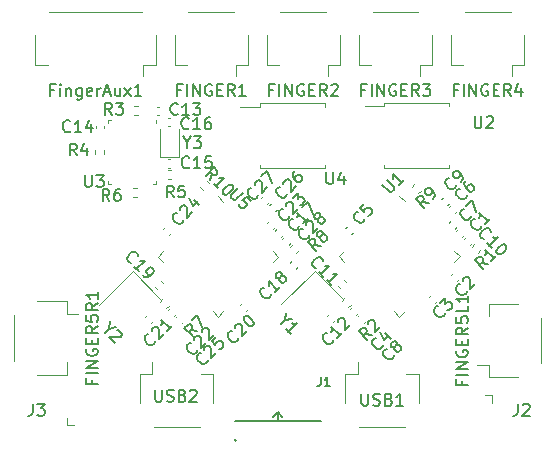
<source format=gbr>
%TF.GenerationSoftware,KiCad,Pcbnew,7.0.7*%
%TF.CreationDate,2023-12-03T17:34:17+00:00*%
%TF.ProjectId,tundraIOExpansion,74756e64-7261-4494-9f45-7870616e7369,rev?*%
%TF.SameCoordinates,Original*%
%TF.FileFunction,Legend,Top*%
%TF.FilePolarity,Positive*%
%FSLAX46Y46*%
G04 Gerber Fmt 4.6, Leading zero omitted, Abs format (unit mm)*
G04 Created by KiCad (PCBNEW 7.0.7) date 2023-12-03 17:34:17*
%MOMM*%
%LPD*%
G01*
G04 APERTURE LIST*
%ADD10C,0.150000*%
%ADD11C,0.200000*%
%ADD12C,0.120000*%
G04 APERTURE END LIST*
D10*
X133083825Y-71557036D02*
X133184840Y-70984617D01*
X132679764Y-71152975D02*
X133386871Y-70445869D01*
X133386871Y-70445869D02*
X133656245Y-70715243D01*
X133656245Y-70715243D02*
X133689917Y-70816258D01*
X133689917Y-70816258D02*
X133689917Y-70883601D01*
X133689917Y-70883601D02*
X133656245Y-70984617D01*
X133656245Y-70984617D02*
X133555230Y-71085632D01*
X133555230Y-71085632D02*
X133454214Y-71119304D01*
X133454214Y-71119304D02*
X133386871Y-71119304D01*
X133386871Y-71119304D02*
X133285856Y-71085632D01*
X133285856Y-71085632D02*
X133016482Y-70816258D01*
X133757260Y-72230471D02*
X133353199Y-71826410D01*
X133555230Y-72028441D02*
X134262336Y-71321334D01*
X134262336Y-71321334D02*
X134093978Y-71355006D01*
X134093978Y-71355006D02*
X133959291Y-71355006D01*
X133959291Y-71355006D02*
X133858275Y-71321334D01*
X134902100Y-71961098D02*
X134969443Y-72028441D01*
X134969443Y-72028441D02*
X135003115Y-72129456D01*
X135003115Y-72129456D02*
X135003115Y-72196800D01*
X135003115Y-72196800D02*
X134969443Y-72297815D01*
X134969443Y-72297815D02*
X134868428Y-72466174D01*
X134868428Y-72466174D02*
X134700069Y-72634533D01*
X134700069Y-72634533D02*
X134531711Y-72735548D01*
X134531711Y-72735548D02*
X134430695Y-72769220D01*
X134430695Y-72769220D02*
X134363352Y-72769220D01*
X134363352Y-72769220D02*
X134262337Y-72735548D01*
X134262337Y-72735548D02*
X134194993Y-72668204D01*
X134194993Y-72668204D02*
X134161321Y-72567189D01*
X134161321Y-72567189D02*
X134161321Y-72499846D01*
X134161321Y-72499846D02*
X134194993Y-72398830D01*
X134194993Y-72398830D02*
X134296008Y-72230472D01*
X134296008Y-72230472D02*
X134464367Y-72062113D01*
X134464367Y-72062113D02*
X134632726Y-71961098D01*
X134632726Y-71961098D02*
X134733741Y-71927426D01*
X134733741Y-71927426D02*
X134801085Y-71927426D01*
X134801085Y-71927426D02*
X134902100Y-71961098D01*
X151583754Y-73459456D02*
X151011335Y-73358441D01*
X151179693Y-73863517D02*
X150472587Y-73156410D01*
X150472587Y-73156410D02*
X150741961Y-72887036D01*
X150741961Y-72887036D02*
X150842976Y-72853364D01*
X150842976Y-72853364D02*
X150910319Y-72853364D01*
X150910319Y-72853364D02*
X151011335Y-72887036D01*
X151011335Y-72887036D02*
X151112350Y-72988051D01*
X151112350Y-72988051D02*
X151146022Y-73089067D01*
X151146022Y-73089067D02*
X151146022Y-73156410D01*
X151146022Y-73156410D02*
X151112350Y-73257425D01*
X151112350Y-73257425D02*
X150842976Y-73526799D01*
X151920472Y-73122738D02*
X152055159Y-72988051D01*
X152055159Y-72988051D02*
X152088831Y-72887036D01*
X152088831Y-72887036D02*
X152088831Y-72819693D01*
X152088831Y-72819693D02*
X152055159Y-72651334D01*
X152055159Y-72651334D02*
X151954144Y-72482975D01*
X151954144Y-72482975D02*
X151684770Y-72213601D01*
X151684770Y-72213601D02*
X151583754Y-72179929D01*
X151583754Y-72179929D02*
X151516411Y-72179929D01*
X151516411Y-72179929D02*
X151415396Y-72213601D01*
X151415396Y-72213601D02*
X151280709Y-72348288D01*
X151280709Y-72348288D02*
X151247037Y-72449303D01*
X151247037Y-72449303D02*
X151247037Y-72516647D01*
X151247037Y-72516647D02*
X151280709Y-72617662D01*
X151280709Y-72617662D02*
X151449067Y-72786021D01*
X151449067Y-72786021D02*
X151550083Y-72819693D01*
X151550083Y-72819693D02*
X151617426Y-72819693D01*
X151617426Y-72819693D02*
X151718441Y-72786021D01*
X151718441Y-72786021D02*
X151853128Y-72651334D01*
X151853128Y-72651334D02*
X151886800Y-72550319D01*
X151886800Y-72550319D02*
X151886800Y-72482975D01*
X151886800Y-72482975D02*
X151853128Y-72381960D01*
X156603754Y-78619456D02*
X156031335Y-78518441D01*
X156199693Y-79023517D02*
X155492587Y-78316410D01*
X155492587Y-78316410D02*
X155761961Y-78047036D01*
X155761961Y-78047036D02*
X155862976Y-78013364D01*
X155862976Y-78013364D02*
X155930319Y-78013364D01*
X155930319Y-78013364D02*
X156031335Y-78047036D01*
X156031335Y-78047036D02*
X156132350Y-78148051D01*
X156132350Y-78148051D02*
X156166022Y-78249067D01*
X156166022Y-78249067D02*
X156166022Y-78316410D01*
X156166022Y-78316410D02*
X156132350Y-78417425D01*
X156132350Y-78417425D02*
X155862976Y-78686799D01*
X157277189Y-77946021D02*
X156873128Y-78350082D01*
X157075159Y-78148051D02*
X156368052Y-77440945D01*
X156368052Y-77440945D02*
X156401724Y-77609303D01*
X156401724Y-77609303D02*
X156401724Y-77743990D01*
X156401724Y-77743990D02*
X156368052Y-77845006D01*
X155468095Y-66124819D02*
X155468095Y-66934342D01*
X155468095Y-66934342D02*
X155515714Y-67029580D01*
X155515714Y-67029580D02*
X155563333Y-67077200D01*
X155563333Y-67077200D02*
X155658571Y-67124819D01*
X155658571Y-67124819D02*
X155849047Y-67124819D01*
X155849047Y-67124819D02*
X155944285Y-67077200D01*
X155944285Y-67077200D02*
X155991904Y-67029580D01*
X155991904Y-67029580D02*
X156039523Y-66934342D01*
X156039523Y-66934342D02*
X156039523Y-66124819D01*
X156468095Y-66220057D02*
X156515714Y-66172438D01*
X156515714Y-66172438D02*
X156610952Y-66124819D01*
X156610952Y-66124819D02*
X156849047Y-66124819D01*
X156849047Y-66124819D02*
X156944285Y-66172438D01*
X156944285Y-66172438D02*
X156991904Y-66220057D01*
X156991904Y-66220057D02*
X157039523Y-66315295D01*
X157039523Y-66315295D02*
X157039523Y-66410533D01*
X157039523Y-66410533D02*
X156991904Y-66553390D01*
X156991904Y-66553390D02*
X156420476Y-67124819D01*
X156420476Y-67124819D02*
X157039523Y-67124819D01*
X124543333Y-73274819D02*
X124210000Y-72798628D01*
X123971905Y-73274819D02*
X123971905Y-72274819D01*
X123971905Y-72274819D02*
X124352857Y-72274819D01*
X124352857Y-72274819D02*
X124448095Y-72322438D01*
X124448095Y-72322438D02*
X124495714Y-72370057D01*
X124495714Y-72370057D02*
X124543333Y-72465295D01*
X124543333Y-72465295D02*
X124543333Y-72608152D01*
X124543333Y-72608152D02*
X124495714Y-72703390D01*
X124495714Y-72703390D02*
X124448095Y-72751009D01*
X124448095Y-72751009D02*
X124352857Y-72798628D01*
X124352857Y-72798628D02*
X123971905Y-72798628D01*
X125400476Y-72274819D02*
X125210000Y-72274819D01*
X125210000Y-72274819D02*
X125114762Y-72322438D01*
X125114762Y-72322438D02*
X125067143Y-72370057D01*
X125067143Y-72370057D02*
X124971905Y-72512914D01*
X124971905Y-72512914D02*
X124924286Y-72703390D01*
X124924286Y-72703390D02*
X124924286Y-73084342D01*
X124924286Y-73084342D02*
X124971905Y-73179580D01*
X124971905Y-73179580D02*
X125019524Y-73227200D01*
X125019524Y-73227200D02*
X125114762Y-73274819D01*
X125114762Y-73274819D02*
X125305238Y-73274819D01*
X125305238Y-73274819D02*
X125400476Y-73227200D01*
X125400476Y-73227200D02*
X125448095Y-73179580D01*
X125448095Y-73179580D02*
X125495714Y-73084342D01*
X125495714Y-73084342D02*
X125495714Y-72846247D01*
X125495714Y-72846247D02*
X125448095Y-72751009D01*
X125448095Y-72751009D02*
X125400476Y-72703390D01*
X125400476Y-72703390D02*
X125305238Y-72655771D01*
X125305238Y-72655771D02*
X125114762Y-72655771D01*
X125114762Y-72655771D02*
X125019524Y-72703390D01*
X125019524Y-72703390D02*
X124971905Y-72751009D01*
X124971905Y-72751009D02*
X124924286Y-72846247D01*
X128401905Y-89284819D02*
X128401905Y-90094342D01*
X128401905Y-90094342D02*
X128449524Y-90189580D01*
X128449524Y-90189580D02*
X128497143Y-90237200D01*
X128497143Y-90237200D02*
X128592381Y-90284819D01*
X128592381Y-90284819D02*
X128782857Y-90284819D01*
X128782857Y-90284819D02*
X128878095Y-90237200D01*
X128878095Y-90237200D02*
X128925714Y-90189580D01*
X128925714Y-90189580D02*
X128973333Y-90094342D01*
X128973333Y-90094342D02*
X128973333Y-89284819D01*
X129401905Y-90237200D02*
X129544762Y-90284819D01*
X129544762Y-90284819D02*
X129782857Y-90284819D01*
X129782857Y-90284819D02*
X129878095Y-90237200D01*
X129878095Y-90237200D02*
X129925714Y-90189580D01*
X129925714Y-90189580D02*
X129973333Y-90094342D01*
X129973333Y-90094342D02*
X129973333Y-89999104D01*
X129973333Y-89999104D02*
X129925714Y-89903866D01*
X129925714Y-89903866D02*
X129878095Y-89856247D01*
X129878095Y-89856247D02*
X129782857Y-89808628D01*
X129782857Y-89808628D02*
X129592381Y-89761009D01*
X129592381Y-89761009D02*
X129497143Y-89713390D01*
X129497143Y-89713390D02*
X129449524Y-89665771D01*
X129449524Y-89665771D02*
X129401905Y-89570533D01*
X129401905Y-89570533D02*
X129401905Y-89475295D01*
X129401905Y-89475295D02*
X129449524Y-89380057D01*
X129449524Y-89380057D02*
X129497143Y-89332438D01*
X129497143Y-89332438D02*
X129592381Y-89284819D01*
X129592381Y-89284819D02*
X129830476Y-89284819D01*
X129830476Y-89284819D02*
X129973333Y-89332438D01*
X130735238Y-89761009D02*
X130878095Y-89808628D01*
X130878095Y-89808628D02*
X130925714Y-89856247D01*
X130925714Y-89856247D02*
X130973333Y-89951485D01*
X130973333Y-89951485D02*
X130973333Y-90094342D01*
X130973333Y-90094342D02*
X130925714Y-90189580D01*
X130925714Y-90189580D02*
X130878095Y-90237200D01*
X130878095Y-90237200D02*
X130782857Y-90284819D01*
X130782857Y-90284819D02*
X130401905Y-90284819D01*
X130401905Y-90284819D02*
X130401905Y-89284819D01*
X130401905Y-89284819D02*
X130735238Y-89284819D01*
X130735238Y-89284819D02*
X130830476Y-89332438D01*
X130830476Y-89332438D02*
X130878095Y-89380057D01*
X130878095Y-89380057D02*
X130925714Y-89475295D01*
X130925714Y-89475295D02*
X130925714Y-89570533D01*
X130925714Y-89570533D02*
X130878095Y-89665771D01*
X130878095Y-89665771D02*
X130830476Y-89713390D01*
X130830476Y-89713390D02*
X130735238Y-89761009D01*
X130735238Y-89761009D02*
X130401905Y-89761009D01*
X131354286Y-89380057D02*
X131401905Y-89332438D01*
X131401905Y-89332438D02*
X131497143Y-89284819D01*
X131497143Y-89284819D02*
X131735238Y-89284819D01*
X131735238Y-89284819D02*
X131830476Y-89332438D01*
X131830476Y-89332438D02*
X131878095Y-89380057D01*
X131878095Y-89380057D02*
X131925714Y-89475295D01*
X131925714Y-89475295D02*
X131925714Y-89570533D01*
X131925714Y-89570533D02*
X131878095Y-89713390D01*
X131878095Y-89713390D02*
X131306667Y-90284819D01*
X131306667Y-90284819D02*
X131925714Y-90284819D01*
X145871905Y-89614819D02*
X145871905Y-90424342D01*
X145871905Y-90424342D02*
X145919524Y-90519580D01*
X145919524Y-90519580D02*
X145967143Y-90567200D01*
X145967143Y-90567200D02*
X146062381Y-90614819D01*
X146062381Y-90614819D02*
X146252857Y-90614819D01*
X146252857Y-90614819D02*
X146348095Y-90567200D01*
X146348095Y-90567200D02*
X146395714Y-90519580D01*
X146395714Y-90519580D02*
X146443333Y-90424342D01*
X146443333Y-90424342D02*
X146443333Y-89614819D01*
X146871905Y-90567200D02*
X147014762Y-90614819D01*
X147014762Y-90614819D02*
X147252857Y-90614819D01*
X147252857Y-90614819D02*
X147348095Y-90567200D01*
X147348095Y-90567200D02*
X147395714Y-90519580D01*
X147395714Y-90519580D02*
X147443333Y-90424342D01*
X147443333Y-90424342D02*
X147443333Y-90329104D01*
X147443333Y-90329104D02*
X147395714Y-90233866D01*
X147395714Y-90233866D02*
X147348095Y-90186247D01*
X147348095Y-90186247D02*
X147252857Y-90138628D01*
X147252857Y-90138628D02*
X147062381Y-90091009D01*
X147062381Y-90091009D02*
X146967143Y-90043390D01*
X146967143Y-90043390D02*
X146919524Y-89995771D01*
X146919524Y-89995771D02*
X146871905Y-89900533D01*
X146871905Y-89900533D02*
X146871905Y-89805295D01*
X146871905Y-89805295D02*
X146919524Y-89710057D01*
X146919524Y-89710057D02*
X146967143Y-89662438D01*
X146967143Y-89662438D02*
X147062381Y-89614819D01*
X147062381Y-89614819D02*
X147300476Y-89614819D01*
X147300476Y-89614819D02*
X147443333Y-89662438D01*
X148205238Y-90091009D02*
X148348095Y-90138628D01*
X148348095Y-90138628D02*
X148395714Y-90186247D01*
X148395714Y-90186247D02*
X148443333Y-90281485D01*
X148443333Y-90281485D02*
X148443333Y-90424342D01*
X148443333Y-90424342D02*
X148395714Y-90519580D01*
X148395714Y-90519580D02*
X148348095Y-90567200D01*
X148348095Y-90567200D02*
X148252857Y-90614819D01*
X148252857Y-90614819D02*
X147871905Y-90614819D01*
X147871905Y-90614819D02*
X147871905Y-89614819D01*
X147871905Y-89614819D02*
X148205238Y-89614819D01*
X148205238Y-89614819D02*
X148300476Y-89662438D01*
X148300476Y-89662438D02*
X148348095Y-89710057D01*
X148348095Y-89710057D02*
X148395714Y-89805295D01*
X148395714Y-89805295D02*
X148395714Y-89900533D01*
X148395714Y-89900533D02*
X148348095Y-89995771D01*
X148348095Y-89995771D02*
X148300476Y-90043390D01*
X148300476Y-90043390D02*
X148205238Y-90091009D01*
X148205238Y-90091009D02*
X147871905Y-90091009D01*
X149395714Y-90614819D02*
X148824286Y-90614819D01*
X149110000Y-90614819D02*
X149110000Y-89614819D01*
X149110000Y-89614819D02*
X149014762Y-89757676D01*
X149014762Y-89757676D02*
X148919524Y-89852914D01*
X148919524Y-89852914D02*
X148824286Y-89900533D01*
X142051169Y-78969693D02*
X141983825Y-78969693D01*
X141983825Y-78969693D02*
X141849138Y-78902349D01*
X141849138Y-78902349D02*
X141781795Y-78835006D01*
X141781795Y-78835006D02*
X141714451Y-78700319D01*
X141714451Y-78700319D02*
X141714451Y-78565632D01*
X141714451Y-78565632D02*
X141748123Y-78464617D01*
X141748123Y-78464617D02*
X141849138Y-78296258D01*
X141849138Y-78296258D02*
X141950153Y-78195243D01*
X141950153Y-78195243D02*
X142118512Y-78094227D01*
X142118512Y-78094227D02*
X142219527Y-78060556D01*
X142219527Y-78060556D02*
X142354214Y-78060556D01*
X142354214Y-78060556D02*
X142488901Y-78127899D01*
X142488901Y-78127899D02*
X142556245Y-78195243D01*
X142556245Y-78195243D02*
X142623588Y-78329930D01*
X142623588Y-78329930D02*
X142623588Y-78397273D01*
X142657260Y-79710471D02*
X142253199Y-79306410D01*
X142455230Y-79508441D02*
X143162336Y-78801334D01*
X143162336Y-78801334D02*
X142993978Y-78835006D01*
X142993978Y-78835006D02*
X142859291Y-78835006D01*
X142859291Y-78835006D02*
X142758275Y-78801334D01*
X143330695Y-80383907D02*
X142926634Y-79979846D01*
X143128665Y-80181876D02*
X143835772Y-79474769D01*
X143835772Y-79474769D02*
X143667413Y-79508441D01*
X143667413Y-79508441D02*
X143532726Y-79508441D01*
X143532726Y-79508441D02*
X143431711Y-79474769D01*
X118056666Y-90474819D02*
X118056666Y-91189104D01*
X118056666Y-91189104D02*
X118009047Y-91331961D01*
X118009047Y-91331961D02*
X117913809Y-91427200D01*
X117913809Y-91427200D02*
X117770952Y-91474819D01*
X117770952Y-91474819D02*
X117675714Y-91474819D01*
X118437619Y-90474819D02*
X119056666Y-90474819D01*
X119056666Y-90474819D02*
X118723333Y-90855771D01*
X118723333Y-90855771D02*
X118866190Y-90855771D01*
X118866190Y-90855771D02*
X118961428Y-90903390D01*
X118961428Y-90903390D02*
X119009047Y-90951009D01*
X119009047Y-90951009D02*
X119056666Y-91046247D01*
X119056666Y-91046247D02*
X119056666Y-91284342D01*
X119056666Y-91284342D02*
X119009047Y-91379580D01*
X119009047Y-91379580D02*
X118961428Y-91427200D01*
X118961428Y-91427200D02*
X118866190Y-91474819D01*
X118866190Y-91474819D02*
X118580476Y-91474819D01*
X118580476Y-91474819D02*
X118485238Y-91427200D01*
X118485238Y-91427200D02*
X118437619Y-91379580D01*
X141469693Y-76198830D02*
X141469693Y-76266174D01*
X141469693Y-76266174D02*
X141402349Y-76400861D01*
X141402349Y-76400861D02*
X141335006Y-76468204D01*
X141335006Y-76468204D02*
X141200319Y-76535548D01*
X141200319Y-76535548D02*
X141065632Y-76535548D01*
X141065632Y-76535548D02*
X140964617Y-76501876D01*
X140964617Y-76501876D02*
X140796258Y-76400861D01*
X140796258Y-76400861D02*
X140695243Y-76299846D01*
X140695243Y-76299846D02*
X140594227Y-76131487D01*
X140594227Y-76131487D02*
X140560556Y-76030472D01*
X140560556Y-76030472D02*
X140560556Y-75895785D01*
X140560556Y-75895785D02*
X140627899Y-75761098D01*
X140627899Y-75761098D02*
X140695243Y-75693754D01*
X140695243Y-75693754D02*
X140829930Y-75626411D01*
X140829930Y-75626411D02*
X140897273Y-75626411D01*
X141166647Y-75357037D02*
X141166647Y-75289693D01*
X141166647Y-75289693D02*
X141200319Y-75188678D01*
X141200319Y-75188678D02*
X141368678Y-75020319D01*
X141368678Y-75020319D02*
X141469693Y-74986647D01*
X141469693Y-74986647D02*
X141537036Y-74986647D01*
X141537036Y-74986647D02*
X141638052Y-75020319D01*
X141638052Y-75020319D02*
X141705395Y-75087663D01*
X141705395Y-75087663D02*
X141772739Y-75222350D01*
X141772739Y-75222350D02*
X141772739Y-76030472D01*
X141772739Y-76030472D02*
X142210471Y-75592739D01*
X142210472Y-74784617D02*
X142109456Y-74818288D01*
X142109456Y-74818288D02*
X142042113Y-74818288D01*
X142042113Y-74818288D02*
X141941098Y-74784617D01*
X141941098Y-74784617D02*
X141907426Y-74750945D01*
X141907426Y-74750945D02*
X141873754Y-74649930D01*
X141873754Y-74649930D02*
X141873754Y-74582586D01*
X141873754Y-74582586D02*
X141907426Y-74481571D01*
X141907426Y-74481571D02*
X142042113Y-74346884D01*
X142042113Y-74346884D02*
X142143128Y-74313212D01*
X142143128Y-74313212D02*
X142210472Y-74313212D01*
X142210472Y-74313212D02*
X142311487Y-74346884D01*
X142311487Y-74346884D02*
X142345159Y-74380556D01*
X142345159Y-74380556D02*
X142378830Y-74481571D01*
X142378830Y-74481571D02*
X142378830Y-74548914D01*
X142378830Y-74548914D02*
X142345159Y-74649930D01*
X142345159Y-74649930D02*
X142210472Y-74784617D01*
X142210472Y-74784617D02*
X142176800Y-74885632D01*
X142176800Y-74885632D02*
X142176800Y-74952975D01*
X142176800Y-74952975D02*
X142210472Y-75053991D01*
X142210472Y-75053991D02*
X142345159Y-75188678D01*
X142345159Y-75188678D02*
X142446174Y-75222349D01*
X142446174Y-75222349D02*
X142513517Y-75222349D01*
X142513517Y-75222349D02*
X142614533Y-75188678D01*
X142614533Y-75188678D02*
X142749220Y-75053991D01*
X142749220Y-75053991D02*
X142782891Y-74952975D01*
X142782891Y-74952975D02*
X142782891Y-74885632D01*
X142782891Y-74885632D02*
X142749220Y-74784617D01*
X142749220Y-74784617D02*
X142614533Y-74649930D01*
X142614533Y-74649930D02*
X142513517Y-74616258D01*
X142513517Y-74616258D02*
X142446174Y-74616258D01*
X142446174Y-74616258D02*
X142345159Y-74649930D01*
X121763333Y-69434819D02*
X121430000Y-68958628D01*
X121191905Y-69434819D02*
X121191905Y-68434819D01*
X121191905Y-68434819D02*
X121572857Y-68434819D01*
X121572857Y-68434819D02*
X121668095Y-68482438D01*
X121668095Y-68482438D02*
X121715714Y-68530057D01*
X121715714Y-68530057D02*
X121763333Y-68625295D01*
X121763333Y-68625295D02*
X121763333Y-68768152D01*
X121763333Y-68768152D02*
X121715714Y-68863390D01*
X121715714Y-68863390D02*
X121668095Y-68911009D01*
X121668095Y-68911009D02*
X121572857Y-68958628D01*
X121572857Y-68958628D02*
X121191905Y-68958628D01*
X122620476Y-68768152D02*
X122620476Y-69434819D01*
X122382381Y-68387200D02*
X122144286Y-69101485D01*
X122144286Y-69101485D02*
X122763333Y-69101485D01*
X147645750Y-71903246D02*
X148218170Y-72475666D01*
X148218170Y-72475666D02*
X148319185Y-72509338D01*
X148319185Y-72509338D02*
X148386529Y-72509338D01*
X148386529Y-72509338D02*
X148487544Y-72475666D01*
X148487544Y-72475666D02*
X148622231Y-72340979D01*
X148622231Y-72340979D02*
X148655903Y-72239964D01*
X148655903Y-72239964D02*
X148655903Y-72172620D01*
X148655903Y-72172620D02*
X148622231Y-72071605D01*
X148622231Y-72071605D02*
X148049811Y-71499185D01*
X149464025Y-71499185D02*
X149059964Y-71903246D01*
X149261994Y-71701216D02*
X148554888Y-70994109D01*
X148554888Y-70994109D02*
X148588559Y-71162468D01*
X148588559Y-71162468D02*
X148588559Y-71297155D01*
X148588559Y-71297155D02*
X148554888Y-71398170D01*
X156291169Y-76529693D02*
X156223825Y-76529693D01*
X156223825Y-76529693D02*
X156089138Y-76462349D01*
X156089138Y-76462349D02*
X156021795Y-76395006D01*
X156021795Y-76395006D02*
X155954451Y-76260319D01*
X155954451Y-76260319D02*
X155954451Y-76125632D01*
X155954451Y-76125632D02*
X155988123Y-76024617D01*
X155988123Y-76024617D02*
X156089138Y-75856258D01*
X156089138Y-75856258D02*
X156190153Y-75755243D01*
X156190153Y-75755243D02*
X156358512Y-75654227D01*
X156358512Y-75654227D02*
X156459527Y-75620556D01*
X156459527Y-75620556D02*
X156594214Y-75620556D01*
X156594214Y-75620556D02*
X156728901Y-75687899D01*
X156728901Y-75687899D02*
X156796245Y-75755243D01*
X156796245Y-75755243D02*
X156863588Y-75889930D01*
X156863588Y-75889930D02*
X156863588Y-75957273D01*
X156897260Y-77270471D02*
X156493199Y-76866410D01*
X156695230Y-77068441D02*
X157402336Y-76361334D01*
X157402336Y-76361334D02*
X157233978Y-76395006D01*
X157233978Y-76395006D02*
X157099291Y-76395006D01*
X157099291Y-76395006D02*
X156998275Y-76361334D01*
X158042100Y-77001098D02*
X158109443Y-77068441D01*
X158109443Y-77068441D02*
X158143115Y-77169456D01*
X158143115Y-77169456D02*
X158143115Y-77236800D01*
X158143115Y-77236800D02*
X158109443Y-77337815D01*
X158109443Y-77337815D02*
X158008428Y-77506174D01*
X158008428Y-77506174D02*
X157840069Y-77674533D01*
X157840069Y-77674533D02*
X157671711Y-77775548D01*
X157671711Y-77775548D02*
X157570695Y-77809220D01*
X157570695Y-77809220D02*
X157503352Y-77809220D01*
X157503352Y-77809220D02*
X157402337Y-77775548D01*
X157402337Y-77775548D02*
X157334993Y-77708204D01*
X157334993Y-77708204D02*
X157301321Y-77607189D01*
X157301321Y-77607189D02*
X157301321Y-77539846D01*
X157301321Y-77539846D02*
X157334993Y-77438830D01*
X157334993Y-77438830D02*
X157436008Y-77270472D01*
X157436008Y-77270472D02*
X157604367Y-77102113D01*
X157604367Y-77102113D02*
X157772726Y-77001098D01*
X157772726Y-77001098D02*
X157873741Y-76967426D01*
X157873741Y-76967426D02*
X157941085Y-76967426D01*
X157941085Y-76967426D02*
X158042100Y-77001098D01*
X154794411Y-72811382D02*
X154794411Y-72878726D01*
X154794411Y-72878726D02*
X154727067Y-73013413D01*
X154727067Y-73013413D02*
X154659724Y-73080756D01*
X154659724Y-73080756D02*
X154525037Y-73148100D01*
X154525037Y-73148100D02*
X154390350Y-73148100D01*
X154390350Y-73148100D02*
X154289335Y-73114428D01*
X154289335Y-73114428D02*
X154120976Y-73013413D01*
X154120976Y-73013413D02*
X154019961Y-72912398D01*
X154019961Y-72912398D02*
X153918945Y-72744039D01*
X153918945Y-72744039D02*
X153885274Y-72643024D01*
X153885274Y-72643024D02*
X153885274Y-72508337D01*
X153885274Y-72508337D02*
X153952617Y-72373650D01*
X153952617Y-72373650D02*
X154019961Y-72306306D01*
X154019961Y-72306306D02*
X154154648Y-72238963D01*
X154154648Y-72238963D02*
X154221991Y-72238963D01*
X154760739Y-71565528D02*
X154626052Y-71700215D01*
X154626052Y-71700215D02*
X154592380Y-71801230D01*
X154592380Y-71801230D02*
X154592380Y-71868573D01*
X154592380Y-71868573D02*
X154626052Y-72036932D01*
X154626052Y-72036932D02*
X154727067Y-72205291D01*
X154727067Y-72205291D02*
X154996441Y-72474665D01*
X154996441Y-72474665D02*
X155097457Y-72508337D01*
X155097457Y-72508337D02*
X155164800Y-72508337D01*
X155164800Y-72508337D02*
X155265815Y-72474665D01*
X155265815Y-72474665D02*
X155400502Y-72339978D01*
X155400502Y-72339978D02*
X155434174Y-72238963D01*
X155434174Y-72238963D02*
X155434174Y-72171619D01*
X155434174Y-72171619D02*
X155400502Y-72070604D01*
X155400502Y-72070604D02*
X155232144Y-71902245D01*
X155232144Y-71902245D02*
X155131128Y-71868573D01*
X155131128Y-71868573D02*
X155063785Y-71868573D01*
X155063785Y-71868573D02*
X154962770Y-71902245D01*
X154962770Y-71902245D02*
X154828083Y-72036932D01*
X154828083Y-72036932D02*
X154794411Y-72137947D01*
X154794411Y-72137947D02*
X154794411Y-72205291D01*
X154794411Y-72205291D02*
X154828083Y-72306306D01*
X159116666Y-90474819D02*
X159116666Y-91189104D01*
X159116666Y-91189104D02*
X159069047Y-91331961D01*
X159069047Y-91331961D02*
X158973809Y-91427200D01*
X158973809Y-91427200D02*
X158830952Y-91474819D01*
X158830952Y-91474819D02*
X158735714Y-91474819D01*
X159545238Y-90570057D02*
X159592857Y-90522438D01*
X159592857Y-90522438D02*
X159688095Y-90474819D01*
X159688095Y-90474819D02*
X159926190Y-90474819D01*
X159926190Y-90474819D02*
X160021428Y-90522438D01*
X160021428Y-90522438D02*
X160069047Y-90570057D01*
X160069047Y-90570057D02*
X160116666Y-90665295D01*
X160116666Y-90665295D02*
X160116666Y-90760533D01*
X160116666Y-90760533D02*
X160069047Y-90903390D01*
X160069047Y-90903390D02*
X159497619Y-91474819D01*
X159497619Y-91474819D02*
X160116666Y-91474819D01*
X123051009Y-88413809D02*
X123051009Y-88747142D01*
X123574819Y-88747142D02*
X122574819Y-88747142D01*
X122574819Y-88747142D02*
X122574819Y-88270952D01*
X123574819Y-87889999D02*
X122574819Y-87889999D01*
X123574819Y-87413809D02*
X122574819Y-87413809D01*
X122574819Y-87413809D02*
X123574819Y-86842381D01*
X123574819Y-86842381D02*
X122574819Y-86842381D01*
X122622438Y-85842381D02*
X122574819Y-85937619D01*
X122574819Y-85937619D02*
X122574819Y-86080476D01*
X122574819Y-86080476D02*
X122622438Y-86223333D01*
X122622438Y-86223333D02*
X122717676Y-86318571D01*
X122717676Y-86318571D02*
X122812914Y-86366190D01*
X122812914Y-86366190D02*
X123003390Y-86413809D01*
X123003390Y-86413809D02*
X123146247Y-86413809D01*
X123146247Y-86413809D02*
X123336723Y-86366190D01*
X123336723Y-86366190D02*
X123431961Y-86318571D01*
X123431961Y-86318571D02*
X123527200Y-86223333D01*
X123527200Y-86223333D02*
X123574819Y-86080476D01*
X123574819Y-86080476D02*
X123574819Y-85985238D01*
X123574819Y-85985238D02*
X123527200Y-85842381D01*
X123527200Y-85842381D02*
X123479580Y-85794762D01*
X123479580Y-85794762D02*
X123146247Y-85794762D01*
X123146247Y-85794762D02*
X123146247Y-85985238D01*
X123051009Y-85366190D02*
X123051009Y-85032857D01*
X123574819Y-84890000D02*
X123574819Y-85366190D01*
X123574819Y-85366190D02*
X122574819Y-85366190D01*
X122574819Y-85366190D02*
X122574819Y-84890000D01*
X123574819Y-83890000D02*
X123098628Y-84223333D01*
X123574819Y-84461428D02*
X122574819Y-84461428D01*
X122574819Y-84461428D02*
X122574819Y-84080476D01*
X122574819Y-84080476D02*
X122622438Y-83985238D01*
X122622438Y-83985238D02*
X122670057Y-83937619D01*
X122670057Y-83937619D02*
X122765295Y-83890000D01*
X122765295Y-83890000D02*
X122908152Y-83890000D01*
X122908152Y-83890000D02*
X123003390Y-83937619D01*
X123003390Y-83937619D02*
X123051009Y-83985238D01*
X123051009Y-83985238D02*
X123098628Y-84080476D01*
X123098628Y-84080476D02*
X123098628Y-84461428D01*
X122574819Y-82985238D02*
X122574819Y-83461428D01*
X122574819Y-83461428D02*
X123051009Y-83509047D01*
X123051009Y-83509047D02*
X123003390Y-83461428D01*
X123003390Y-83461428D02*
X122955771Y-83366190D01*
X122955771Y-83366190D02*
X122955771Y-83128095D01*
X122955771Y-83128095D02*
X123003390Y-83032857D01*
X123003390Y-83032857D02*
X123051009Y-82985238D01*
X123051009Y-82985238D02*
X123146247Y-82937619D01*
X123146247Y-82937619D02*
X123384342Y-82937619D01*
X123384342Y-82937619D02*
X123479580Y-82985238D01*
X123479580Y-82985238D02*
X123527200Y-83032857D01*
X123527200Y-83032857D02*
X123574819Y-83128095D01*
X123574819Y-83128095D02*
X123574819Y-83366190D01*
X123574819Y-83366190D02*
X123527200Y-83461428D01*
X123527200Y-83461428D02*
X123479580Y-83509047D01*
X123574819Y-81937619D02*
X123098628Y-82270952D01*
X123574819Y-82509047D02*
X122574819Y-82509047D01*
X122574819Y-82509047D02*
X122574819Y-82128095D01*
X122574819Y-82128095D02*
X122622438Y-82032857D01*
X122622438Y-82032857D02*
X122670057Y-81985238D01*
X122670057Y-81985238D02*
X122765295Y-81937619D01*
X122765295Y-81937619D02*
X122908152Y-81937619D01*
X122908152Y-81937619D02*
X123003390Y-81985238D01*
X123003390Y-81985238D02*
X123051009Y-82032857D01*
X123051009Y-82032857D02*
X123098628Y-82128095D01*
X123098628Y-82128095D02*
X123098628Y-82509047D01*
X123574819Y-80985238D02*
X123574819Y-81556666D01*
X123574819Y-81270952D02*
X122574819Y-81270952D01*
X122574819Y-81270952D02*
X122717676Y-81366190D01*
X122717676Y-81366190D02*
X122812914Y-81461428D01*
X122812914Y-81461428D02*
X122860533Y-81556666D01*
X146773754Y-84629456D02*
X146201335Y-84528441D01*
X146369693Y-85033517D02*
X145662587Y-84326410D01*
X145662587Y-84326410D02*
X145931961Y-84057036D01*
X145931961Y-84057036D02*
X146032976Y-84023364D01*
X146032976Y-84023364D02*
X146100319Y-84023364D01*
X146100319Y-84023364D02*
X146201335Y-84057036D01*
X146201335Y-84057036D02*
X146302350Y-84158051D01*
X146302350Y-84158051D02*
X146336022Y-84259067D01*
X146336022Y-84259067D02*
X146336022Y-84326410D01*
X146336022Y-84326410D02*
X146302350Y-84427425D01*
X146302350Y-84427425D02*
X146032976Y-84696799D01*
X146403365Y-83720319D02*
X146403365Y-83652975D01*
X146403365Y-83652975D02*
X146437037Y-83551960D01*
X146437037Y-83551960D02*
X146605396Y-83383601D01*
X146605396Y-83383601D02*
X146706411Y-83349929D01*
X146706411Y-83349929D02*
X146773754Y-83349929D01*
X146773754Y-83349929D02*
X146874770Y-83383601D01*
X146874770Y-83383601D02*
X146942113Y-83450945D01*
X146942113Y-83450945D02*
X147009457Y-83585632D01*
X147009457Y-83585632D02*
X147009457Y-84393754D01*
X147009457Y-84393754D02*
X147447189Y-83956021D01*
X119859999Y-63866009D02*
X119526666Y-63866009D01*
X119526666Y-64389819D02*
X119526666Y-63389819D01*
X119526666Y-63389819D02*
X120002856Y-63389819D01*
X120383809Y-64389819D02*
X120383809Y-63723152D01*
X120383809Y-63389819D02*
X120336190Y-63437438D01*
X120336190Y-63437438D02*
X120383809Y-63485057D01*
X120383809Y-63485057D02*
X120431428Y-63437438D01*
X120431428Y-63437438D02*
X120383809Y-63389819D01*
X120383809Y-63389819D02*
X120383809Y-63485057D01*
X120859999Y-63723152D02*
X120859999Y-64389819D01*
X120859999Y-63818390D02*
X120907618Y-63770771D01*
X120907618Y-63770771D02*
X121002856Y-63723152D01*
X121002856Y-63723152D02*
X121145713Y-63723152D01*
X121145713Y-63723152D02*
X121240951Y-63770771D01*
X121240951Y-63770771D02*
X121288570Y-63866009D01*
X121288570Y-63866009D02*
X121288570Y-64389819D01*
X122193332Y-63723152D02*
X122193332Y-64532676D01*
X122193332Y-64532676D02*
X122145713Y-64627914D01*
X122145713Y-64627914D02*
X122098094Y-64675533D01*
X122098094Y-64675533D02*
X122002856Y-64723152D01*
X122002856Y-64723152D02*
X121859999Y-64723152D01*
X121859999Y-64723152D02*
X121764761Y-64675533D01*
X122193332Y-64342200D02*
X122098094Y-64389819D01*
X122098094Y-64389819D02*
X121907618Y-64389819D01*
X121907618Y-64389819D02*
X121812380Y-64342200D01*
X121812380Y-64342200D02*
X121764761Y-64294580D01*
X121764761Y-64294580D02*
X121717142Y-64199342D01*
X121717142Y-64199342D02*
X121717142Y-63913628D01*
X121717142Y-63913628D02*
X121764761Y-63818390D01*
X121764761Y-63818390D02*
X121812380Y-63770771D01*
X121812380Y-63770771D02*
X121907618Y-63723152D01*
X121907618Y-63723152D02*
X122098094Y-63723152D01*
X122098094Y-63723152D02*
X122193332Y-63770771D01*
X123050475Y-64342200D02*
X122955237Y-64389819D01*
X122955237Y-64389819D02*
X122764761Y-64389819D01*
X122764761Y-64389819D02*
X122669523Y-64342200D01*
X122669523Y-64342200D02*
X122621904Y-64246961D01*
X122621904Y-64246961D02*
X122621904Y-63866009D01*
X122621904Y-63866009D02*
X122669523Y-63770771D01*
X122669523Y-63770771D02*
X122764761Y-63723152D01*
X122764761Y-63723152D02*
X122955237Y-63723152D01*
X122955237Y-63723152D02*
X123050475Y-63770771D01*
X123050475Y-63770771D02*
X123098094Y-63866009D01*
X123098094Y-63866009D02*
X123098094Y-63961247D01*
X123098094Y-63961247D02*
X122621904Y-64056485D01*
X123526666Y-64389819D02*
X123526666Y-63723152D01*
X123526666Y-63913628D02*
X123574285Y-63818390D01*
X123574285Y-63818390D02*
X123621904Y-63770771D01*
X123621904Y-63770771D02*
X123717142Y-63723152D01*
X123717142Y-63723152D02*
X123812380Y-63723152D01*
X124098095Y-64104104D02*
X124574285Y-64104104D01*
X124002857Y-64389819D02*
X124336190Y-63389819D01*
X124336190Y-63389819D02*
X124669523Y-64389819D01*
X125431428Y-63723152D02*
X125431428Y-64389819D01*
X125002857Y-63723152D02*
X125002857Y-64246961D01*
X125002857Y-64246961D02*
X125050476Y-64342200D01*
X125050476Y-64342200D02*
X125145714Y-64389819D01*
X125145714Y-64389819D02*
X125288571Y-64389819D01*
X125288571Y-64389819D02*
X125383809Y-64342200D01*
X125383809Y-64342200D02*
X125431428Y-64294580D01*
X125812381Y-64389819D02*
X126336190Y-63723152D01*
X125812381Y-63723152D02*
X126336190Y-64389819D01*
X127240952Y-64389819D02*
X126669524Y-64389819D01*
X126955238Y-64389819D02*
X126955238Y-63389819D01*
X126955238Y-63389819D02*
X126860000Y-63532676D01*
X126860000Y-63532676D02*
X126764762Y-63627914D01*
X126764762Y-63627914D02*
X126669524Y-63675533D01*
X154012381Y-63866009D02*
X153679048Y-63866009D01*
X153679048Y-64389819D02*
X153679048Y-63389819D01*
X153679048Y-63389819D02*
X154155238Y-63389819D01*
X154536191Y-64389819D02*
X154536191Y-63389819D01*
X155012381Y-64389819D02*
X155012381Y-63389819D01*
X155012381Y-63389819D02*
X155583809Y-64389819D01*
X155583809Y-64389819D02*
X155583809Y-63389819D01*
X156583809Y-63437438D02*
X156488571Y-63389819D01*
X156488571Y-63389819D02*
X156345714Y-63389819D01*
X156345714Y-63389819D02*
X156202857Y-63437438D01*
X156202857Y-63437438D02*
X156107619Y-63532676D01*
X156107619Y-63532676D02*
X156060000Y-63627914D01*
X156060000Y-63627914D02*
X156012381Y-63818390D01*
X156012381Y-63818390D02*
X156012381Y-63961247D01*
X156012381Y-63961247D02*
X156060000Y-64151723D01*
X156060000Y-64151723D02*
X156107619Y-64246961D01*
X156107619Y-64246961D02*
X156202857Y-64342200D01*
X156202857Y-64342200D02*
X156345714Y-64389819D01*
X156345714Y-64389819D02*
X156440952Y-64389819D01*
X156440952Y-64389819D02*
X156583809Y-64342200D01*
X156583809Y-64342200D02*
X156631428Y-64294580D01*
X156631428Y-64294580D02*
X156631428Y-63961247D01*
X156631428Y-63961247D02*
X156440952Y-63961247D01*
X157060000Y-63866009D02*
X157393333Y-63866009D01*
X157536190Y-64389819D02*
X157060000Y-64389819D01*
X157060000Y-64389819D02*
X157060000Y-63389819D01*
X157060000Y-63389819D02*
X157536190Y-63389819D01*
X158536190Y-64389819D02*
X158202857Y-63913628D01*
X157964762Y-64389819D02*
X157964762Y-63389819D01*
X157964762Y-63389819D02*
X158345714Y-63389819D01*
X158345714Y-63389819D02*
X158440952Y-63437438D01*
X158440952Y-63437438D02*
X158488571Y-63485057D01*
X158488571Y-63485057D02*
X158536190Y-63580295D01*
X158536190Y-63580295D02*
X158536190Y-63723152D01*
X158536190Y-63723152D02*
X158488571Y-63818390D01*
X158488571Y-63818390D02*
X158440952Y-63866009D01*
X158440952Y-63866009D02*
X158345714Y-63913628D01*
X158345714Y-63913628D02*
X157964762Y-63913628D01*
X159393333Y-63723152D02*
X159393333Y-64389819D01*
X159155238Y-63342200D02*
X158917143Y-64056485D01*
X158917143Y-64056485D02*
X159536190Y-64056485D01*
X132849693Y-86758830D02*
X132849693Y-86826174D01*
X132849693Y-86826174D02*
X132782349Y-86960861D01*
X132782349Y-86960861D02*
X132715006Y-87028204D01*
X132715006Y-87028204D02*
X132580319Y-87095548D01*
X132580319Y-87095548D02*
X132445632Y-87095548D01*
X132445632Y-87095548D02*
X132344617Y-87061876D01*
X132344617Y-87061876D02*
X132176258Y-86960861D01*
X132176258Y-86960861D02*
X132075243Y-86859846D01*
X132075243Y-86859846D02*
X131974227Y-86691487D01*
X131974227Y-86691487D02*
X131940556Y-86590472D01*
X131940556Y-86590472D02*
X131940556Y-86455785D01*
X131940556Y-86455785D02*
X132007899Y-86321098D01*
X132007899Y-86321098D02*
X132075243Y-86253754D01*
X132075243Y-86253754D02*
X132209930Y-86186411D01*
X132209930Y-86186411D02*
X132277273Y-86186411D01*
X132546647Y-85917037D02*
X132546647Y-85849693D01*
X132546647Y-85849693D02*
X132580319Y-85748678D01*
X132580319Y-85748678D02*
X132748678Y-85580319D01*
X132748678Y-85580319D02*
X132849693Y-85546647D01*
X132849693Y-85546647D02*
X132917036Y-85546647D01*
X132917036Y-85546647D02*
X133018052Y-85580319D01*
X133018052Y-85580319D02*
X133085395Y-85647663D01*
X133085395Y-85647663D02*
X133152739Y-85782350D01*
X133152739Y-85782350D02*
X133152739Y-86590472D01*
X133152739Y-86590472D02*
X133590471Y-86152739D01*
X133523128Y-84805869D02*
X133186410Y-85142586D01*
X133186410Y-85142586D02*
X133489456Y-85512975D01*
X133489456Y-85512975D02*
X133489456Y-85445632D01*
X133489456Y-85445632D02*
X133523128Y-85344617D01*
X133523128Y-85344617D02*
X133691487Y-85176258D01*
X133691487Y-85176258D02*
X133792502Y-85142586D01*
X133792502Y-85142586D02*
X133859846Y-85142586D01*
X133859846Y-85142586D02*
X133960861Y-85176258D01*
X133960861Y-85176258D02*
X134129220Y-85344617D01*
X134129220Y-85344617D02*
X134162891Y-85445632D01*
X134162891Y-85445632D02*
X134162891Y-85512975D01*
X134162891Y-85512975D02*
X134129220Y-85613991D01*
X134129220Y-85613991D02*
X133960861Y-85782349D01*
X133960861Y-85782349D02*
X133859846Y-85816021D01*
X133859846Y-85816021D02*
X133792502Y-85816021D01*
X152916411Y-82792112D02*
X152916411Y-82859456D01*
X152916411Y-82859456D02*
X152849067Y-82994143D01*
X152849067Y-82994143D02*
X152781724Y-83061486D01*
X152781724Y-83061486D02*
X152647037Y-83128830D01*
X152647037Y-83128830D02*
X152512350Y-83128830D01*
X152512350Y-83128830D02*
X152411335Y-83095158D01*
X152411335Y-83095158D02*
X152242976Y-82994143D01*
X152242976Y-82994143D02*
X152141961Y-82893128D01*
X152141961Y-82893128D02*
X152040945Y-82724769D01*
X152040945Y-82724769D02*
X152007274Y-82623754D01*
X152007274Y-82623754D02*
X152007274Y-82489067D01*
X152007274Y-82489067D02*
X152074617Y-82354380D01*
X152074617Y-82354380D02*
X152141961Y-82287036D01*
X152141961Y-82287036D02*
X152276648Y-82219693D01*
X152276648Y-82219693D02*
X152343991Y-82219693D01*
X152512350Y-81916647D02*
X152950083Y-81478914D01*
X152950083Y-81478914D02*
X152983754Y-81983990D01*
X152983754Y-81983990D02*
X153084770Y-81882975D01*
X153084770Y-81882975D02*
X153185785Y-81849303D01*
X153185785Y-81849303D02*
X153253128Y-81849303D01*
X153253128Y-81849303D02*
X153354144Y-81882975D01*
X153354144Y-81882975D02*
X153522502Y-82051334D01*
X153522502Y-82051334D02*
X153556174Y-82152349D01*
X153556174Y-82152349D02*
X153556174Y-82219693D01*
X153556174Y-82219693D02*
X153522502Y-82320708D01*
X153522502Y-82320708D02*
X153320472Y-82522738D01*
X153320472Y-82522738D02*
X153219457Y-82556410D01*
X153219457Y-82556410D02*
X153152113Y-82556410D01*
X138209692Y-81198830D02*
X138209692Y-81266174D01*
X138209692Y-81266174D02*
X138142348Y-81400861D01*
X138142348Y-81400861D02*
X138075005Y-81468204D01*
X138075005Y-81468204D02*
X137940318Y-81535548D01*
X137940318Y-81535548D02*
X137805631Y-81535548D01*
X137805631Y-81535548D02*
X137704616Y-81501876D01*
X137704616Y-81501876D02*
X137536257Y-81400861D01*
X137536257Y-81400861D02*
X137435242Y-81299846D01*
X137435242Y-81299846D02*
X137334226Y-81131487D01*
X137334226Y-81131487D02*
X137300555Y-81030472D01*
X137300555Y-81030472D02*
X137300555Y-80895785D01*
X137300555Y-80895785D02*
X137367898Y-80761098D01*
X137367898Y-80761098D02*
X137435242Y-80693754D01*
X137435242Y-80693754D02*
X137569929Y-80626411D01*
X137569929Y-80626411D02*
X137637272Y-80626411D01*
X138950470Y-80592739D02*
X138546409Y-80996800D01*
X138748440Y-80794769D02*
X138041333Y-80087663D01*
X138041333Y-80087663D02*
X138075005Y-80256021D01*
X138075005Y-80256021D02*
X138075005Y-80390708D01*
X138075005Y-80390708D02*
X138041333Y-80491724D01*
X138950471Y-79784617D02*
X138849455Y-79818288D01*
X138849455Y-79818288D02*
X138782112Y-79818288D01*
X138782112Y-79818288D02*
X138681097Y-79784617D01*
X138681097Y-79784617D02*
X138647425Y-79750945D01*
X138647425Y-79750945D02*
X138613753Y-79649930D01*
X138613753Y-79649930D02*
X138613753Y-79582586D01*
X138613753Y-79582586D02*
X138647425Y-79481571D01*
X138647425Y-79481571D02*
X138782112Y-79346884D01*
X138782112Y-79346884D02*
X138883127Y-79313212D01*
X138883127Y-79313212D02*
X138950471Y-79313212D01*
X138950471Y-79313212D02*
X139051486Y-79346884D01*
X139051486Y-79346884D02*
X139085158Y-79380556D01*
X139085158Y-79380556D02*
X139118829Y-79481571D01*
X139118829Y-79481571D02*
X139118829Y-79548914D01*
X139118829Y-79548914D02*
X139085158Y-79649930D01*
X139085158Y-79649930D02*
X138950471Y-79784617D01*
X138950471Y-79784617D02*
X138916799Y-79885632D01*
X138916799Y-79885632D02*
X138916799Y-79952975D01*
X138916799Y-79952975D02*
X138950471Y-80053991D01*
X138950471Y-80053991D02*
X139085158Y-80188678D01*
X139085158Y-80188678D02*
X139186173Y-80222349D01*
X139186173Y-80222349D02*
X139253516Y-80222349D01*
X139253516Y-80222349D02*
X139354532Y-80188678D01*
X139354532Y-80188678D02*
X139489219Y-80053991D01*
X139489219Y-80053991D02*
X139522890Y-79952975D01*
X139522890Y-79952975D02*
X139522890Y-79885632D01*
X139522890Y-79885632D02*
X139489219Y-79784617D01*
X139489219Y-79784617D02*
X139354532Y-79649930D01*
X139354532Y-79649930D02*
X139253516Y-79616258D01*
X139253516Y-79616258D02*
X139186173Y-79616258D01*
X139186173Y-79616258D02*
X139085158Y-79649930D01*
X131257142Y-67127080D02*
X131209523Y-67174700D01*
X131209523Y-67174700D02*
X131066666Y-67222319D01*
X131066666Y-67222319D02*
X130971428Y-67222319D01*
X130971428Y-67222319D02*
X130828571Y-67174700D01*
X130828571Y-67174700D02*
X130733333Y-67079461D01*
X130733333Y-67079461D02*
X130685714Y-66984223D01*
X130685714Y-66984223D02*
X130638095Y-66793747D01*
X130638095Y-66793747D02*
X130638095Y-66650890D01*
X130638095Y-66650890D02*
X130685714Y-66460414D01*
X130685714Y-66460414D02*
X130733333Y-66365176D01*
X130733333Y-66365176D02*
X130828571Y-66269938D01*
X130828571Y-66269938D02*
X130971428Y-66222319D01*
X130971428Y-66222319D02*
X131066666Y-66222319D01*
X131066666Y-66222319D02*
X131209523Y-66269938D01*
X131209523Y-66269938D02*
X131257142Y-66317557D01*
X132209523Y-67222319D02*
X131638095Y-67222319D01*
X131923809Y-67222319D02*
X131923809Y-66222319D01*
X131923809Y-66222319D02*
X131828571Y-66365176D01*
X131828571Y-66365176D02*
X131733333Y-66460414D01*
X131733333Y-66460414D02*
X131638095Y-66508033D01*
X133066666Y-66222319D02*
X132876190Y-66222319D01*
X132876190Y-66222319D02*
X132780952Y-66269938D01*
X132780952Y-66269938D02*
X132733333Y-66317557D01*
X132733333Y-66317557D02*
X132638095Y-66460414D01*
X132638095Y-66460414D02*
X132590476Y-66650890D01*
X132590476Y-66650890D02*
X132590476Y-67031842D01*
X132590476Y-67031842D02*
X132638095Y-67127080D01*
X132638095Y-67127080D02*
X132685714Y-67174700D01*
X132685714Y-67174700D02*
X132780952Y-67222319D01*
X132780952Y-67222319D02*
X132971428Y-67222319D01*
X132971428Y-67222319D02*
X133066666Y-67174700D01*
X133066666Y-67174700D02*
X133114285Y-67127080D01*
X133114285Y-67127080D02*
X133161904Y-67031842D01*
X133161904Y-67031842D02*
X133161904Y-66793747D01*
X133161904Y-66793747D02*
X133114285Y-66698509D01*
X133114285Y-66698509D02*
X133066666Y-66650890D01*
X133066666Y-66650890D02*
X132971428Y-66603271D01*
X132971428Y-66603271D02*
X132780952Y-66603271D01*
X132780952Y-66603271D02*
X132685714Y-66650890D01*
X132685714Y-66650890D02*
X132638095Y-66698509D01*
X132638095Y-66698509D02*
X132590476Y-66793747D01*
X137139693Y-72748830D02*
X137139693Y-72816174D01*
X137139693Y-72816174D02*
X137072349Y-72950861D01*
X137072349Y-72950861D02*
X137005006Y-73018204D01*
X137005006Y-73018204D02*
X136870319Y-73085548D01*
X136870319Y-73085548D02*
X136735632Y-73085548D01*
X136735632Y-73085548D02*
X136634617Y-73051876D01*
X136634617Y-73051876D02*
X136466258Y-72950861D01*
X136466258Y-72950861D02*
X136365243Y-72849846D01*
X136365243Y-72849846D02*
X136264227Y-72681487D01*
X136264227Y-72681487D02*
X136230556Y-72580472D01*
X136230556Y-72580472D02*
X136230556Y-72445785D01*
X136230556Y-72445785D02*
X136297899Y-72311098D01*
X136297899Y-72311098D02*
X136365243Y-72243754D01*
X136365243Y-72243754D02*
X136499930Y-72176411D01*
X136499930Y-72176411D02*
X136567273Y-72176411D01*
X136836647Y-71907037D02*
X136836647Y-71839693D01*
X136836647Y-71839693D02*
X136870319Y-71738678D01*
X136870319Y-71738678D02*
X137038678Y-71570319D01*
X137038678Y-71570319D02*
X137139693Y-71536647D01*
X137139693Y-71536647D02*
X137207036Y-71536647D01*
X137207036Y-71536647D02*
X137308052Y-71570319D01*
X137308052Y-71570319D02*
X137375395Y-71637663D01*
X137375395Y-71637663D02*
X137442739Y-71772350D01*
X137442739Y-71772350D02*
X137442739Y-72580472D01*
X137442739Y-72580472D02*
X137880471Y-72142739D01*
X137409067Y-71199930D02*
X137880472Y-70728525D01*
X137880472Y-70728525D02*
X138284533Y-71738678D01*
X148616411Y-86372112D02*
X148616411Y-86439456D01*
X148616411Y-86439456D02*
X148549067Y-86574143D01*
X148549067Y-86574143D02*
X148481724Y-86641486D01*
X148481724Y-86641486D02*
X148347037Y-86708830D01*
X148347037Y-86708830D02*
X148212350Y-86708830D01*
X148212350Y-86708830D02*
X148111335Y-86675158D01*
X148111335Y-86675158D02*
X147942976Y-86574143D01*
X147942976Y-86574143D02*
X147841961Y-86473128D01*
X147841961Y-86473128D02*
X147740945Y-86304769D01*
X147740945Y-86304769D02*
X147707274Y-86203754D01*
X147707274Y-86203754D02*
X147707274Y-86069067D01*
X147707274Y-86069067D02*
X147774617Y-85934380D01*
X147774617Y-85934380D02*
X147841961Y-85867036D01*
X147841961Y-85867036D02*
X147976648Y-85799693D01*
X147976648Y-85799693D02*
X148043991Y-85799693D01*
X148683754Y-85631334D02*
X148582739Y-85665006D01*
X148582739Y-85665006D02*
X148515396Y-85665006D01*
X148515396Y-85665006D02*
X148414380Y-85631334D01*
X148414380Y-85631334D02*
X148380709Y-85597662D01*
X148380709Y-85597662D02*
X148347037Y-85496647D01*
X148347037Y-85496647D02*
X148347037Y-85429303D01*
X148347037Y-85429303D02*
X148380709Y-85328288D01*
X148380709Y-85328288D02*
X148515396Y-85193601D01*
X148515396Y-85193601D02*
X148616411Y-85159929D01*
X148616411Y-85159929D02*
X148683754Y-85159929D01*
X148683754Y-85159929D02*
X148784770Y-85193601D01*
X148784770Y-85193601D02*
X148818441Y-85227273D01*
X148818441Y-85227273D02*
X148852113Y-85328288D01*
X148852113Y-85328288D02*
X148852113Y-85395632D01*
X148852113Y-85395632D02*
X148818441Y-85496647D01*
X148818441Y-85496647D02*
X148683754Y-85631334D01*
X148683754Y-85631334D02*
X148650083Y-85732349D01*
X148650083Y-85732349D02*
X148650083Y-85799693D01*
X148650083Y-85799693D02*
X148683754Y-85900708D01*
X148683754Y-85900708D02*
X148818441Y-86035395D01*
X148818441Y-86035395D02*
X148919457Y-86069067D01*
X148919457Y-86069067D02*
X148986800Y-86069067D01*
X148986800Y-86069067D02*
X149087815Y-86035395D01*
X149087815Y-86035395D02*
X149222502Y-85900708D01*
X149222502Y-85900708D02*
X149256174Y-85799693D01*
X149256174Y-85799693D02*
X149256174Y-85732349D01*
X149256174Y-85732349D02*
X149222502Y-85631334D01*
X149222502Y-85631334D02*
X149087815Y-85496647D01*
X149087815Y-85496647D02*
X148986800Y-85462975D01*
X148986800Y-85462975D02*
X148919457Y-85462975D01*
X148919457Y-85462975D02*
X148818441Y-85496647D01*
X130327142Y-65917080D02*
X130279523Y-65964700D01*
X130279523Y-65964700D02*
X130136666Y-66012319D01*
X130136666Y-66012319D02*
X130041428Y-66012319D01*
X130041428Y-66012319D02*
X129898571Y-65964700D01*
X129898571Y-65964700D02*
X129803333Y-65869461D01*
X129803333Y-65869461D02*
X129755714Y-65774223D01*
X129755714Y-65774223D02*
X129708095Y-65583747D01*
X129708095Y-65583747D02*
X129708095Y-65440890D01*
X129708095Y-65440890D02*
X129755714Y-65250414D01*
X129755714Y-65250414D02*
X129803333Y-65155176D01*
X129803333Y-65155176D02*
X129898571Y-65059938D01*
X129898571Y-65059938D02*
X130041428Y-65012319D01*
X130041428Y-65012319D02*
X130136666Y-65012319D01*
X130136666Y-65012319D02*
X130279523Y-65059938D01*
X130279523Y-65059938D02*
X130327142Y-65107557D01*
X131279523Y-66012319D02*
X130708095Y-66012319D01*
X130993809Y-66012319D02*
X130993809Y-65012319D01*
X130993809Y-65012319D02*
X130898571Y-65155176D01*
X130898571Y-65155176D02*
X130803333Y-65250414D01*
X130803333Y-65250414D02*
X130708095Y-65298033D01*
X131612857Y-65012319D02*
X132231904Y-65012319D01*
X132231904Y-65012319D02*
X131898571Y-65393271D01*
X131898571Y-65393271D02*
X132041428Y-65393271D01*
X132041428Y-65393271D02*
X132136666Y-65440890D01*
X132136666Y-65440890D02*
X132184285Y-65488509D01*
X132184285Y-65488509D02*
X132231904Y-65583747D01*
X132231904Y-65583747D02*
X132231904Y-65821842D01*
X132231904Y-65821842D02*
X132184285Y-65917080D01*
X132184285Y-65917080D02*
X132136666Y-65964700D01*
X132136666Y-65964700D02*
X132041428Y-66012319D01*
X132041428Y-66012319D02*
X131755714Y-66012319D01*
X131755714Y-66012319D02*
X131660476Y-65964700D01*
X131660476Y-65964700D02*
X131612857Y-65917080D01*
X129973333Y-72984819D02*
X129640000Y-72508628D01*
X129401905Y-72984819D02*
X129401905Y-71984819D01*
X129401905Y-71984819D02*
X129782857Y-71984819D01*
X129782857Y-71984819D02*
X129878095Y-72032438D01*
X129878095Y-72032438D02*
X129925714Y-72080057D01*
X129925714Y-72080057D02*
X129973333Y-72175295D01*
X129973333Y-72175295D02*
X129973333Y-72318152D01*
X129973333Y-72318152D02*
X129925714Y-72413390D01*
X129925714Y-72413390D02*
X129878095Y-72461009D01*
X129878095Y-72461009D02*
X129782857Y-72508628D01*
X129782857Y-72508628D02*
X129401905Y-72508628D01*
X130878095Y-71984819D02*
X130401905Y-71984819D01*
X130401905Y-71984819D02*
X130354286Y-72461009D01*
X130354286Y-72461009D02*
X130401905Y-72413390D01*
X130401905Y-72413390D02*
X130497143Y-72365771D01*
X130497143Y-72365771D02*
X130735238Y-72365771D01*
X130735238Y-72365771D02*
X130830476Y-72413390D01*
X130830476Y-72413390D02*
X130878095Y-72461009D01*
X130878095Y-72461009D02*
X130925714Y-72556247D01*
X130925714Y-72556247D02*
X130925714Y-72794342D01*
X130925714Y-72794342D02*
X130878095Y-72889580D01*
X130878095Y-72889580D02*
X130830476Y-72937200D01*
X130830476Y-72937200D02*
X130735238Y-72984819D01*
X130735238Y-72984819D02*
X130497143Y-72984819D01*
X130497143Y-72984819D02*
X130401905Y-72937200D01*
X130401905Y-72937200D02*
X130354286Y-72889580D01*
X131979693Y-85898830D02*
X131979693Y-85966174D01*
X131979693Y-85966174D02*
X131912349Y-86100861D01*
X131912349Y-86100861D02*
X131845006Y-86168204D01*
X131845006Y-86168204D02*
X131710319Y-86235548D01*
X131710319Y-86235548D02*
X131575632Y-86235548D01*
X131575632Y-86235548D02*
X131474617Y-86201876D01*
X131474617Y-86201876D02*
X131306258Y-86100861D01*
X131306258Y-86100861D02*
X131205243Y-85999846D01*
X131205243Y-85999846D02*
X131104227Y-85831487D01*
X131104227Y-85831487D02*
X131070556Y-85730472D01*
X131070556Y-85730472D02*
X131070556Y-85595785D01*
X131070556Y-85595785D02*
X131137899Y-85461098D01*
X131137899Y-85461098D02*
X131205243Y-85393754D01*
X131205243Y-85393754D02*
X131339930Y-85326411D01*
X131339930Y-85326411D02*
X131407273Y-85326411D01*
X131676647Y-85057037D02*
X131676647Y-84989693D01*
X131676647Y-84989693D02*
X131710319Y-84888678D01*
X131710319Y-84888678D02*
X131878678Y-84720319D01*
X131878678Y-84720319D02*
X131979693Y-84686647D01*
X131979693Y-84686647D02*
X132047036Y-84686647D01*
X132047036Y-84686647D02*
X132148052Y-84720319D01*
X132148052Y-84720319D02*
X132215395Y-84787663D01*
X132215395Y-84787663D02*
X132282739Y-84922350D01*
X132282739Y-84922350D02*
X132282739Y-85730472D01*
X132282739Y-85730472D02*
X132720471Y-85292739D01*
X132350082Y-84383601D02*
X132350082Y-84316258D01*
X132350082Y-84316258D02*
X132383754Y-84215243D01*
X132383754Y-84215243D02*
X132552113Y-84046884D01*
X132552113Y-84046884D02*
X132653128Y-84013212D01*
X132653128Y-84013212D02*
X132720472Y-84013212D01*
X132720472Y-84013212D02*
X132821487Y-84046884D01*
X132821487Y-84046884D02*
X132888830Y-84114227D01*
X132888830Y-84114227D02*
X132956174Y-84248914D01*
X132956174Y-84248914D02*
X132956174Y-85057036D01*
X132956174Y-85057036D02*
X133393907Y-84619304D01*
X139569693Y-72668830D02*
X139569693Y-72736174D01*
X139569693Y-72736174D02*
X139502349Y-72870861D01*
X139502349Y-72870861D02*
X139435006Y-72938204D01*
X139435006Y-72938204D02*
X139300319Y-73005548D01*
X139300319Y-73005548D02*
X139165632Y-73005548D01*
X139165632Y-73005548D02*
X139064617Y-72971876D01*
X139064617Y-72971876D02*
X138896258Y-72870861D01*
X138896258Y-72870861D02*
X138795243Y-72769846D01*
X138795243Y-72769846D02*
X138694227Y-72601487D01*
X138694227Y-72601487D02*
X138660556Y-72500472D01*
X138660556Y-72500472D02*
X138660556Y-72365785D01*
X138660556Y-72365785D02*
X138727899Y-72231098D01*
X138727899Y-72231098D02*
X138795243Y-72163754D01*
X138795243Y-72163754D02*
X138929930Y-72096411D01*
X138929930Y-72096411D02*
X138997273Y-72096411D01*
X139266647Y-71827037D02*
X139266647Y-71759693D01*
X139266647Y-71759693D02*
X139300319Y-71658678D01*
X139300319Y-71658678D02*
X139468678Y-71490319D01*
X139468678Y-71490319D02*
X139569693Y-71456647D01*
X139569693Y-71456647D02*
X139637036Y-71456647D01*
X139637036Y-71456647D02*
X139738052Y-71490319D01*
X139738052Y-71490319D02*
X139805395Y-71557663D01*
X139805395Y-71557663D02*
X139872739Y-71692350D01*
X139872739Y-71692350D02*
X139872739Y-72500472D01*
X139872739Y-72500472D02*
X140310471Y-72062739D01*
X140209456Y-70749540D02*
X140074769Y-70884227D01*
X140074769Y-70884227D02*
X140041098Y-70985243D01*
X140041098Y-70985243D02*
X140041098Y-71052586D01*
X140041098Y-71052586D02*
X140074769Y-71220945D01*
X140074769Y-71220945D02*
X140175785Y-71389304D01*
X140175785Y-71389304D02*
X140445159Y-71658678D01*
X140445159Y-71658678D02*
X140546174Y-71692349D01*
X140546174Y-71692349D02*
X140613517Y-71692349D01*
X140613517Y-71692349D02*
X140714533Y-71658678D01*
X140714533Y-71658678D02*
X140849220Y-71523991D01*
X140849220Y-71523991D02*
X140882891Y-71422975D01*
X140882891Y-71422975D02*
X140882891Y-71355632D01*
X140882891Y-71355632D02*
X140849220Y-71254617D01*
X140849220Y-71254617D02*
X140680861Y-71086258D01*
X140680861Y-71086258D02*
X140579846Y-71052586D01*
X140579846Y-71052586D02*
X140512502Y-71052586D01*
X140512502Y-71052586D02*
X140411487Y-71086258D01*
X140411487Y-71086258D02*
X140276800Y-71220945D01*
X140276800Y-71220945D02*
X140243128Y-71321960D01*
X140243128Y-71321960D02*
X140243128Y-71389304D01*
X140243128Y-71389304D02*
X140276800Y-71490319D01*
X135459693Y-84888830D02*
X135459693Y-84956174D01*
X135459693Y-84956174D02*
X135392349Y-85090861D01*
X135392349Y-85090861D02*
X135325006Y-85158204D01*
X135325006Y-85158204D02*
X135190319Y-85225548D01*
X135190319Y-85225548D02*
X135055632Y-85225548D01*
X135055632Y-85225548D02*
X134954617Y-85191876D01*
X134954617Y-85191876D02*
X134786258Y-85090861D01*
X134786258Y-85090861D02*
X134685243Y-84989846D01*
X134685243Y-84989846D02*
X134584227Y-84821487D01*
X134584227Y-84821487D02*
X134550556Y-84720472D01*
X134550556Y-84720472D02*
X134550556Y-84585785D01*
X134550556Y-84585785D02*
X134617899Y-84451098D01*
X134617899Y-84451098D02*
X134685243Y-84383754D01*
X134685243Y-84383754D02*
X134819930Y-84316411D01*
X134819930Y-84316411D02*
X134887273Y-84316411D01*
X135156647Y-84047037D02*
X135156647Y-83979693D01*
X135156647Y-83979693D02*
X135190319Y-83878678D01*
X135190319Y-83878678D02*
X135358678Y-83710319D01*
X135358678Y-83710319D02*
X135459693Y-83676647D01*
X135459693Y-83676647D02*
X135527036Y-83676647D01*
X135527036Y-83676647D02*
X135628052Y-83710319D01*
X135628052Y-83710319D02*
X135695395Y-83777663D01*
X135695395Y-83777663D02*
X135762739Y-83912350D01*
X135762739Y-83912350D02*
X135762739Y-84720472D01*
X135762739Y-84720472D02*
X136200471Y-84282739D01*
X135931098Y-83137899D02*
X135998441Y-83070556D01*
X135998441Y-83070556D02*
X136099456Y-83036884D01*
X136099456Y-83036884D02*
X136166800Y-83036884D01*
X136166800Y-83036884D02*
X136267815Y-83070556D01*
X136267815Y-83070556D02*
X136436174Y-83171571D01*
X136436174Y-83171571D02*
X136604533Y-83339930D01*
X136604533Y-83339930D02*
X136705548Y-83508288D01*
X136705548Y-83508288D02*
X136739220Y-83609304D01*
X136739220Y-83609304D02*
X136739220Y-83676647D01*
X136739220Y-83676647D02*
X136705548Y-83777662D01*
X136705548Y-83777662D02*
X136638204Y-83845006D01*
X136638204Y-83845006D02*
X136537189Y-83878678D01*
X136537189Y-83878678D02*
X136469846Y-83878678D01*
X136469846Y-83878678D02*
X136368830Y-83845006D01*
X136368830Y-83845006D02*
X136200472Y-83743991D01*
X136200472Y-83743991D02*
X136032113Y-83575632D01*
X136032113Y-83575632D02*
X135931098Y-83407273D01*
X135931098Y-83407273D02*
X135897426Y-83306258D01*
X135897426Y-83306258D02*
X135897426Y-83238914D01*
X135897426Y-83238914D02*
X135931098Y-83137899D01*
X139388394Y-83378170D02*
X139051676Y-83714888D01*
X139523081Y-82772079D02*
X139388394Y-83378170D01*
X139388394Y-83378170D02*
X139994485Y-83243483D01*
X139893470Y-84556681D02*
X139489409Y-84152620D01*
X139691440Y-84354651D02*
X140398546Y-83647544D01*
X140398546Y-83647544D02*
X140230188Y-83681216D01*
X140230188Y-83681216D02*
X140095501Y-83681216D01*
X140095501Y-83681216D02*
X139994485Y-83647544D01*
X130612381Y-63866009D02*
X130279048Y-63866009D01*
X130279048Y-64389819D02*
X130279048Y-63389819D01*
X130279048Y-63389819D02*
X130755238Y-63389819D01*
X131136191Y-64389819D02*
X131136191Y-63389819D01*
X131612381Y-64389819D02*
X131612381Y-63389819D01*
X131612381Y-63389819D02*
X132183809Y-64389819D01*
X132183809Y-64389819D02*
X132183809Y-63389819D01*
X133183809Y-63437438D02*
X133088571Y-63389819D01*
X133088571Y-63389819D02*
X132945714Y-63389819D01*
X132945714Y-63389819D02*
X132802857Y-63437438D01*
X132802857Y-63437438D02*
X132707619Y-63532676D01*
X132707619Y-63532676D02*
X132660000Y-63627914D01*
X132660000Y-63627914D02*
X132612381Y-63818390D01*
X132612381Y-63818390D02*
X132612381Y-63961247D01*
X132612381Y-63961247D02*
X132660000Y-64151723D01*
X132660000Y-64151723D02*
X132707619Y-64246961D01*
X132707619Y-64246961D02*
X132802857Y-64342200D01*
X132802857Y-64342200D02*
X132945714Y-64389819D01*
X132945714Y-64389819D02*
X133040952Y-64389819D01*
X133040952Y-64389819D02*
X133183809Y-64342200D01*
X133183809Y-64342200D02*
X133231428Y-64294580D01*
X133231428Y-64294580D02*
X133231428Y-63961247D01*
X133231428Y-63961247D02*
X133040952Y-63961247D01*
X133660000Y-63866009D02*
X133993333Y-63866009D01*
X134136190Y-64389819D02*
X133660000Y-64389819D01*
X133660000Y-64389819D02*
X133660000Y-63389819D01*
X133660000Y-63389819D02*
X134136190Y-63389819D01*
X135136190Y-64389819D02*
X134802857Y-63913628D01*
X134564762Y-64389819D02*
X134564762Y-63389819D01*
X134564762Y-63389819D02*
X134945714Y-63389819D01*
X134945714Y-63389819D02*
X135040952Y-63437438D01*
X135040952Y-63437438D02*
X135088571Y-63485057D01*
X135088571Y-63485057D02*
X135136190Y-63580295D01*
X135136190Y-63580295D02*
X135136190Y-63723152D01*
X135136190Y-63723152D02*
X135088571Y-63818390D01*
X135088571Y-63818390D02*
X135040952Y-63866009D01*
X135040952Y-63866009D02*
X134945714Y-63913628D01*
X134945714Y-63913628D02*
X134564762Y-63913628D01*
X136088571Y-64389819D02*
X135517143Y-64389819D01*
X135802857Y-64389819D02*
X135802857Y-63389819D01*
X135802857Y-63389819D02*
X135707619Y-63532676D01*
X135707619Y-63532676D02*
X135612381Y-63627914D01*
X135612381Y-63627914D02*
X135517143Y-63675533D01*
X121207142Y-67369580D02*
X121159523Y-67417200D01*
X121159523Y-67417200D02*
X121016666Y-67464819D01*
X121016666Y-67464819D02*
X120921428Y-67464819D01*
X120921428Y-67464819D02*
X120778571Y-67417200D01*
X120778571Y-67417200D02*
X120683333Y-67321961D01*
X120683333Y-67321961D02*
X120635714Y-67226723D01*
X120635714Y-67226723D02*
X120588095Y-67036247D01*
X120588095Y-67036247D02*
X120588095Y-66893390D01*
X120588095Y-66893390D02*
X120635714Y-66702914D01*
X120635714Y-66702914D02*
X120683333Y-66607676D01*
X120683333Y-66607676D02*
X120778571Y-66512438D01*
X120778571Y-66512438D02*
X120921428Y-66464819D01*
X120921428Y-66464819D02*
X121016666Y-66464819D01*
X121016666Y-66464819D02*
X121159523Y-66512438D01*
X121159523Y-66512438D02*
X121207142Y-66560057D01*
X122159523Y-67464819D02*
X121588095Y-67464819D01*
X121873809Y-67464819D02*
X121873809Y-66464819D01*
X121873809Y-66464819D02*
X121778571Y-66607676D01*
X121778571Y-66607676D02*
X121683333Y-66702914D01*
X121683333Y-66702914D02*
X121588095Y-66750533D01*
X123016666Y-66798152D02*
X123016666Y-67464819D01*
X122778571Y-66417200D02*
X122540476Y-67131485D01*
X122540476Y-67131485D02*
X123159523Y-67131485D01*
X153886411Y-71952112D02*
X153886411Y-72019456D01*
X153886411Y-72019456D02*
X153819067Y-72154143D01*
X153819067Y-72154143D02*
X153751724Y-72221486D01*
X153751724Y-72221486D02*
X153617037Y-72288830D01*
X153617037Y-72288830D02*
X153482350Y-72288830D01*
X153482350Y-72288830D02*
X153381335Y-72255158D01*
X153381335Y-72255158D02*
X153212976Y-72154143D01*
X153212976Y-72154143D02*
X153111961Y-72053128D01*
X153111961Y-72053128D02*
X153010945Y-71884769D01*
X153010945Y-71884769D02*
X152977274Y-71783754D01*
X152977274Y-71783754D02*
X152977274Y-71649067D01*
X152977274Y-71649067D02*
X153044617Y-71514380D01*
X153044617Y-71514380D02*
X153111961Y-71447036D01*
X153111961Y-71447036D02*
X153246648Y-71379693D01*
X153246648Y-71379693D02*
X153313991Y-71379693D01*
X154290472Y-71682738D02*
X154425159Y-71548051D01*
X154425159Y-71548051D02*
X154458831Y-71447036D01*
X154458831Y-71447036D02*
X154458831Y-71379693D01*
X154458831Y-71379693D02*
X154425159Y-71211334D01*
X154425159Y-71211334D02*
X154324144Y-71042975D01*
X154324144Y-71042975D02*
X154054770Y-70773601D01*
X154054770Y-70773601D02*
X153953754Y-70739929D01*
X153953754Y-70739929D02*
X153886411Y-70739929D01*
X153886411Y-70739929D02*
X153785396Y-70773601D01*
X153785396Y-70773601D02*
X153650709Y-70908288D01*
X153650709Y-70908288D02*
X153617037Y-71009303D01*
X153617037Y-71009303D02*
X153617037Y-71076647D01*
X153617037Y-71076647D02*
X153650709Y-71177662D01*
X153650709Y-71177662D02*
X153819067Y-71346021D01*
X153819067Y-71346021D02*
X153920083Y-71379693D01*
X153920083Y-71379693D02*
X153987426Y-71379693D01*
X153987426Y-71379693D02*
X154088441Y-71346021D01*
X154088441Y-71346021D02*
X154223128Y-71211334D01*
X154223128Y-71211334D02*
X154256800Y-71110319D01*
X154256800Y-71110319D02*
X154256800Y-71042975D01*
X154256800Y-71042975D02*
X154223128Y-70941960D01*
X126401169Y-78509693D02*
X126333825Y-78509693D01*
X126333825Y-78509693D02*
X126199138Y-78442349D01*
X126199138Y-78442349D02*
X126131795Y-78375006D01*
X126131795Y-78375006D02*
X126064451Y-78240319D01*
X126064451Y-78240319D02*
X126064451Y-78105632D01*
X126064451Y-78105632D02*
X126098123Y-78004617D01*
X126098123Y-78004617D02*
X126199138Y-77836258D01*
X126199138Y-77836258D02*
X126300153Y-77735243D01*
X126300153Y-77735243D02*
X126468512Y-77634227D01*
X126468512Y-77634227D02*
X126569527Y-77600556D01*
X126569527Y-77600556D02*
X126704214Y-77600556D01*
X126704214Y-77600556D02*
X126838901Y-77667899D01*
X126838901Y-77667899D02*
X126906245Y-77735243D01*
X126906245Y-77735243D02*
X126973588Y-77869930D01*
X126973588Y-77869930D02*
X126973588Y-77937273D01*
X127007260Y-79250471D02*
X126603199Y-78846410D01*
X126805230Y-79048441D02*
X127512336Y-78341334D01*
X127512336Y-78341334D02*
X127343978Y-78375006D01*
X127343978Y-78375006D02*
X127209291Y-78375006D01*
X127209291Y-78375006D02*
X127108275Y-78341334D01*
X127343978Y-79587189D02*
X127478665Y-79721876D01*
X127478665Y-79721876D02*
X127579680Y-79755548D01*
X127579680Y-79755548D02*
X127647024Y-79755548D01*
X127647024Y-79755548D02*
X127815382Y-79721876D01*
X127815382Y-79721876D02*
X127983741Y-79620861D01*
X127983741Y-79620861D02*
X128253115Y-79351487D01*
X128253115Y-79351487D02*
X128286787Y-79250472D01*
X128286787Y-79250472D02*
X128286787Y-79183128D01*
X128286787Y-79183128D02*
X128253115Y-79082113D01*
X128253115Y-79082113D02*
X128118428Y-78947426D01*
X128118428Y-78947426D02*
X128017413Y-78913754D01*
X128017413Y-78913754D02*
X127950069Y-78913754D01*
X127950069Y-78913754D02*
X127849054Y-78947426D01*
X127849054Y-78947426D02*
X127680695Y-79115785D01*
X127680695Y-79115785D02*
X127647024Y-79216800D01*
X127647024Y-79216800D02*
X127647024Y-79284143D01*
X127647024Y-79284143D02*
X127680695Y-79385159D01*
X127680695Y-79385159D02*
X127815382Y-79519846D01*
X127815382Y-79519846D02*
X127916398Y-79553517D01*
X127916398Y-79553517D02*
X127983741Y-79553517D01*
X127983741Y-79553517D02*
X128084756Y-79519846D01*
X146212381Y-63866009D02*
X145879048Y-63866009D01*
X145879048Y-64389819D02*
X145879048Y-63389819D01*
X145879048Y-63389819D02*
X146355238Y-63389819D01*
X146736191Y-64389819D02*
X146736191Y-63389819D01*
X147212381Y-64389819D02*
X147212381Y-63389819D01*
X147212381Y-63389819D02*
X147783809Y-64389819D01*
X147783809Y-64389819D02*
X147783809Y-63389819D01*
X148783809Y-63437438D02*
X148688571Y-63389819D01*
X148688571Y-63389819D02*
X148545714Y-63389819D01*
X148545714Y-63389819D02*
X148402857Y-63437438D01*
X148402857Y-63437438D02*
X148307619Y-63532676D01*
X148307619Y-63532676D02*
X148260000Y-63627914D01*
X148260000Y-63627914D02*
X148212381Y-63818390D01*
X148212381Y-63818390D02*
X148212381Y-63961247D01*
X148212381Y-63961247D02*
X148260000Y-64151723D01*
X148260000Y-64151723D02*
X148307619Y-64246961D01*
X148307619Y-64246961D02*
X148402857Y-64342200D01*
X148402857Y-64342200D02*
X148545714Y-64389819D01*
X148545714Y-64389819D02*
X148640952Y-64389819D01*
X148640952Y-64389819D02*
X148783809Y-64342200D01*
X148783809Y-64342200D02*
X148831428Y-64294580D01*
X148831428Y-64294580D02*
X148831428Y-63961247D01*
X148831428Y-63961247D02*
X148640952Y-63961247D01*
X149260000Y-63866009D02*
X149593333Y-63866009D01*
X149736190Y-64389819D02*
X149260000Y-64389819D01*
X149260000Y-64389819D02*
X149260000Y-63389819D01*
X149260000Y-63389819D02*
X149736190Y-63389819D01*
X150736190Y-64389819D02*
X150402857Y-63913628D01*
X150164762Y-64389819D02*
X150164762Y-63389819D01*
X150164762Y-63389819D02*
X150545714Y-63389819D01*
X150545714Y-63389819D02*
X150640952Y-63437438D01*
X150640952Y-63437438D02*
X150688571Y-63485057D01*
X150688571Y-63485057D02*
X150736190Y-63580295D01*
X150736190Y-63580295D02*
X150736190Y-63723152D01*
X150736190Y-63723152D02*
X150688571Y-63818390D01*
X150688571Y-63818390D02*
X150640952Y-63866009D01*
X150640952Y-63866009D02*
X150545714Y-63913628D01*
X150545714Y-63913628D02*
X150164762Y-63913628D01*
X151069524Y-63389819D02*
X151688571Y-63389819D01*
X151688571Y-63389819D02*
X151355238Y-63770771D01*
X151355238Y-63770771D02*
X151498095Y-63770771D01*
X151498095Y-63770771D02*
X151593333Y-63818390D01*
X151593333Y-63818390D02*
X151640952Y-63866009D01*
X151640952Y-63866009D02*
X151688571Y-63961247D01*
X151688571Y-63961247D02*
X151688571Y-64199342D01*
X151688571Y-64199342D02*
X151640952Y-64294580D01*
X151640952Y-64294580D02*
X151593333Y-64342200D01*
X151593333Y-64342200D02*
X151498095Y-64389819D01*
X151498095Y-64389819D02*
X151212381Y-64389819D01*
X151212381Y-64389819D02*
X151117143Y-64342200D01*
X151117143Y-64342200D02*
X151069524Y-64294580D01*
X146133455Y-74807786D02*
X146133455Y-74875130D01*
X146133455Y-74875130D02*
X146066111Y-75009817D01*
X146066111Y-75009817D02*
X145998768Y-75077160D01*
X145998768Y-75077160D02*
X145864081Y-75144504D01*
X145864081Y-75144504D02*
X145729394Y-75144504D01*
X145729394Y-75144504D02*
X145628379Y-75110832D01*
X145628379Y-75110832D02*
X145460020Y-75009817D01*
X145460020Y-75009817D02*
X145359005Y-74908802D01*
X145359005Y-74908802D02*
X145257989Y-74740443D01*
X145257989Y-74740443D02*
X145224318Y-74639428D01*
X145224318Y-74639428D02*
X145224318Y-74504741D01*
X145224318Y-74504741D02*
X145291661Y-74370054D01*
X145291661Y-74370054D02*
X145359005Y-74302710D01*
X145359005Y-74302710D02*
X145493692Y-74235367D01*
X145493692Y-74235367D02*
X145561035Y-74235367D01*
X146133455Y-73528260D02*
X145796737Y-73864977D01*
X145796737Y-73864977D02*
X146099783Y-74235367D01*
X146099783Y-74235367D02*
X146099783Y-74168023D01*
X146099783Y-74168023D02*
X146133455Y-74067008D01*
X146133455Y-74067008D02*
X146301814Y-73898649D01*
X146301814Y-73898649D02*
X146402829Y-73864977D01*
X146402829Y-73864977D02*
X146470172Y-73864977D01*
X146470172Y-73864977D02*
X146571188Y-73898649D01*
X146571188Y-73898649D02*
X146739546Y-74067008D01*
X146739546Y-74067008D02*
X146773218Y-74168023D01*
X146773218Y-74168023D02*
X146773218Y-74235367D01*
X146773218Y-74235367D02*
X146739546Y-74336382D01*
X146739546Y-74336382D02*
X146571188Y-74504741D01*
X146571188Y-74504741D02*
X146470172Y-74538412D01*
X146470172Y-74538412D02*
X146402829Y-74538412D01*
X143499693Y-85068830D02*
X143499693Y-85136174D01*
X143499693Y-85136174D02*
X143432349Y-85270861D01*
X143432349Y-85270861D02*
X143365006Y-85338204D01*
X143365006Y-85338204D02*
X143230319Y-85405548D01*
X143230319Y-85405548D02*
X143095632Y-85405548D01*
X143095632Y-85405548D02*
X142994617Y-85371876D01*
X142994617Y-85371876D02*
X142826258Y-85270861D01*
X142826258Y-85270861D02*
X142725243Y-85169846D01*
X142725243Y-85169846D02*
X142624227Y-85001487D01*
X142624227Y-85001487D02*
X142590556Y-84900472D01*
X142590556Y-84900472D02*
X142590556Y-84765785D01*
X142590556Y-84765785D02*
X142657899Y-84631098D01*
X142657899Y-84631098D02*
X142725243Y-84563754D01*
X142725243Y-84563754D02*
X142859930Y-84496411D01*
X142859930Y-84496411D02*
X142927273Y-84496411D01*
X144240471Y-84462739D02*
X143836410Y-84866800D01*
X144038441Y-84664769D02*
X143331334Y-83957663D01*
X143331334Y-83957663D02*
X143365006Y-84126021D01*
X143365006Y-84126021D02*
X143365006Y-84260708D01*
X143365006Y-84260708D02*
X143331334Y-84361724D01*
X143870082Y-83553601D02*
X143870082Y-83486258D01*
X143870082Y-83486258D02*
X143903754Y-83385243D01*
X143903754Y-83385243D02*
X144072113Y-83216884D01*
X144072113Y-83216884D02*
X144173128Y-83183212D01*
X144173128Y-83183212D02*
X144240472Y-83183212D01*
X144240472Y-83183212D02*
X144341487Y-83216884D01*
X144341487Y-83216884D02*
X144408830Y-83284227D01*
X144408830Y-83284227D02*
X144476174Y-83418914D01*
X144476174Y-83418914D02*
X144476174Y-84227036D01*
X144476174Y-84227036D02*
X144913907Y-83789304D01*
X142423754Y-77099456D02*
X141851335Y-76998441D01*
X142019693Y-77503517D02*
X141312587Y-76796410D01*
X141312587Y-76796410D02*
X141581961Y-76527036D01*
X141581961Y-76527036D02*
X141682976Y-76493364D01*
X141682976Y-76493364D02*
X141750319Y-76493364D01*
X141750319Y-76493364D02*
X141851335Y-76527036D01*
X141851335Y-76527036D02*
X141952350Y-76628051D01*
X141952350Y-76628051D02*
X141986022Y-76729067D01*
X141986022Y-76729067D02*
X141986022Y-76796410D01*
X141986022Y-76796410D02*
X141952350Y-76897425D01*
X141952350Y-76897425D02*
X141682976Y-77166799D01*
X142423754Y-76291334D02*
X142322739Y-76325006D01*
X142322739Y-76325006D02*
X142255396Y-76325006D01*
X142255396Y-76325006D02*
X142154380Y-76291334D01*
X142154380Y-76291334D02*
X142120709Y-76257662D01*
X142120709Y-76257662D02*
X142087037Y-76156647D01*
X142087037Y-76156647D02*
X142087037Y-76089303D01*
X142087037Y-76089303D02*
X142120709Y-75988288D01*
X142120709Y-75988288D02*
X142255396Y-75853601D01*
X142255396Y-75853601D02*
X142356411Y-75819929D01*
X142356411Y-75819929D02*
X142423754Y-75819929D01*
X142423754Y-75819929D02*
X142524770Y-75853601D01*
X142524770Y-75853601D02*
X142558441Y-75887273D01*
X142558441Y-75887273D02*
X142592113Y-75988288D01*
X142592113Y-75988288D02*
X142592113Y-76055632D01*
X142592113Y-76055632D02*
X142558441Y-76156647D01*
X142558441Y-76156647D02*
X142423754Y-76291334D01*
X142423754Y-76291334D02*
X142390083Y-76392349D01*
X142390083Y-76392349D02*
X142390083Y-76459693D01*
X142390083Y-76459693D02*
X142423754Y-76560708D01*
X142423754Y-76560708D02*
X142558441Y-76695395D01*
X142558441Y-76695395D02*
X142659457Y-76729067D01*
X142659457Y-76729067D02*
X142726800Y-76729067D01*
X142726800Y-76729067D02*
X142827815Y-76695395D01*
X142827815Y-76695395D02*
X142962502Y-76560708D01*
X142962502Y-76560708D02*
X142996174Y-76459693D01*
X142996174Y-76459693D02*
X142996174Y-76392349D01*
X142996174Y-76392349D02*
X142962502Y-76291334D01*
X142962502Y-76291334D02*
X142827815Y-76156647D01*
X142827815Y-76156647D02*
X142726800Y-76122975D01*
X142726800Y-76122975D02*
X142659457Y-76122975D01*
X142659457Y-76122975D02*
X142558441Y-76156647D01*
X139773265Y-74565247D02*
X139773265Y-74632591D01*
X139773265Y-74632591D02*
X139705921Y-74767278D01*
X139705921Y-74767278D02*
X139638578Y-74834621D01*
X139638578Y-74834621D02*
X139503891Y-74901965D01*
X139503891Y-74901965D02*
X139369204Y-74901965D01*
X139369204Y-74901965D02*
X139268189Y-74868293D01*
X139268189Y-74868293D02*
X139099830Y-74767278D01*
X139099830Y-74767278D02*
X138998815Y-74666263D01*
X138998815Y-74666263D02*
X138897799Y-74497904D01*
X138897799Y-74497904D02*
X138864128Y-74396889D01*
X138864128Y-74396889D02*
X138864128Y-74262202D01*
X138864128Y-74262202D02*
X138931471Y-74127515D01*
X138931471Y-74127515D02*
X138998815Y-74060171D01*
X138998815Y-74060171D02*
X139133502Y-73992828D01*
X139133502Y-73992828D02*
X139200845Y-73992828D01*
X139470219Y-73723454D02*
X139470219Y-73656110D01*
X139470219Y-73656110D02*
X139503891Y-73555095D01*
X139503891Y-73555095D02*
X139672250Y-73386736D01*
X139672250Y-73386736D02*
X139773265Y-73353064D01*
X139773265Y-73353064D02*
X139840608Y-73353064D01*
X139840608Y-73353064D02*
X139941624Y-73386736D01*
X139941624Y-73386736D02*
X140008967Y-73454080D01*
X140008967Y-73454080D02*
X140076311Y-73588767D01*
X140076311Y-73588767D02*
X140076311Y-74396889D01*
X140076311Y-74396889D02*
X140514043Y-73959156D01*
X140042639Y-73016347D02*
X140480372Y-72578614D01*
X140480372Y-72578614D02*
X140514044Y-73083690D01*
X140514044Y-73083690D02*
X140615059Y-72982675D01*
X140615059Y-72982675D02*
X140716074Y-72949003D01*
X140716074Y-72949003D02*
X140783418Y-72949003D01*
X140783418Y-72949003D02*
X140884433Y-72982675D01*
X140884433Y-72982675D02*
X141052792Y-73151034D01*
X141052792Y-73151034D02*
X141086463Y-73252049D01*
X141086463Y-73252049D02*
X141086463Y-73319392D01*
X141086463Y-73319392D02*
X141052792Y-73420408D01*
X141052792Y-73420408D02*
X140850761Y-73622438D01*
X140850761Y-73622438D02*
X140749746Y-73656110D01*
X140749746Y-73656110D02*
X140682402Y-73656110D01*
D11*
X142420625Y-88181695D02*
X142420625Y-88753123D01*
X142420625Y-88753123D02*
X142382530Y-88867409D01*
X142382530Y-88867409D02*
X142306339Y-88943600D01*
X142306339Y-88943600D02*
X142192054Y-88981695D01*
X142192054Y-88981695D02*
X142115863Y-88981695D01*
X143220625Y-88981695D02*
X142763482Y-88981695D01*
X142992054Y-88981695D02*
X142992054Y-88181695D01*
X142992054Y-88181695D02*
X142915863Y-88295980D01*
X142915863Y-88295980D02*
X142839673Y-88372171D01*
X142839673Y-88372171D02*
X142763482Y-88410266D01*
D10*
X154371009Y-88538571D02*
X154371009Y-88871904D01*
X154894819Y-88871904D02*
X153894819Y-88871904D01*
X153894819Y-88871904D02*
X153894819Y-88395714D01*
X154894819Y-88014761D02*
X153894819Y-88014761D01*
X154894819Y-87538571D02*
X153894819Y-87538571D01*
X153894819Y-87538571D02*
X154894819Y-86967143D01*
X154894819Y-86967143D02*
X153894819Y-86967143D01*
X153942438Y-85967143D02*
X153894819Y-86062381D01*
X153894819Y-86062381D02*
X153894819Y-86205238D01*
X153894819Y-86205238D02*
X153942438Y-86348095D01*
X153942438Y-86348095D02*
X154037676Y-86443333D01*
X154037676Y-86443333D02*
X154132914Y-86490952D01*
X154132914Y-86490952D02*
X154323390Y-86538571D01*
X154323390Y-86538571D02*
X154466247Y-86538571D01*
X154466247Y-86538571D02*
X154656723Y-86490952D01*
X154656723Y-86490952D02*
X154751961Y-86443333D01*
X154751961Y-86443333D02*
X154847200Y-86348095D01*
X154847200Y-86348095D02*
X154894819Y-86205238D01*
X154894819Y-86205238D02*
X154894819Y-86110000D01*
X154894819Y-86110000D02*
X154847200Y-85967143D01*
X154847200Y-85967143D02*
X154799580Y-85919524D01*
X154799580Y-85919524D02*
X154466247Y-85919524D01*
X154466247Y-85919524D02*
X154466247Y-86110000D01*
X154371009Y-85490952D02*
X154371009Y-85157619D01*
X154894819Y-85014762D02*
X154894819Y-85490952D01*
X154894819Y-85490952D02*
X153894819Y-85490952D01*
X153894819Y-85490952D02*
X153894819Y-85014762D01*
X154894819Y-84014762D02*
X154418628Y-84348095D01*
X154894819Y-84586190D02*
X153894819Y-84586190D01*
X153894819Y-84586190D02*
X153894819Y-84205238D01*
X153894819Y-84205238D02*
X153942438Y-84110000D01*
X153942438Y-84110000D02*
X153990057Y-84062381D01*
X153990057Y-84062381D02*
X154085295Y-84014762D01*
X154085295Y-84014762D02*
X154228152Y-84014762D01*
X154228152Y-84014762D02*
X154323390Y-84062381D01*
X154323390Y-84062381D02*
X154371009Y-84110000D01*
X154371009Y-84110000D02*
X154418628Y-84205238D01*
X154418628Y-84205238D02*
X154418628Y-84586190D01*
X153894819Y-83110000D02*
X153894819Y-83586190D01*
X153894819Y-83586190D02*
X154371009Y-83633809D01*
X154371009Y-83633809D02*
X154323390Y-83586190D01*
X154323390Y-83586190D02*
X154275771Y-83490952D01*
X154275771Y-83490952D02*
X154275771Y-83252857D01*
X154275771Y-83252857D02*
X154323390Y-83157619D01*
X154323390Y-83157619D02*
X154371009Y-83110000D01*
X154371009Y-83110000D02*
X154466247Y-83062381D01*
X154466247Y-83062381D02*
X154704342Y-83062381D01*
X154704342Y-83062381D02*
X154799580Y-83110000D01*
X154799580Y-83110000D02*
X154847200Y-83157619D01*
X154847200Y-83157619D02*
X154894819Y-83252857D01*
X154894819Y-83252857D02*
X154894819Y-83490952D01*
X154894819Y-83490952D02*
X154847200Y-83586190D01*
X154847200Y-83586190D02*
X154799580Y-83633809D01*
X154894819Y-82157619D02*
X154894819Y-82633809D01*
X154894819Y-82633809D02*
X153894819Y-82633809D01*
X154894819Y-81300476D02*
X154894819Y-81871904D01*
X154894819Y-81586190D02*
X153894819Y-81586190D01*
X153894819Y-81586190D02*
X154037676Y-81681428D01*
X154037676Y-81681428D02*
X154132914Y-81776666D01*
X154132914Y-81776666D02*
X154180533Y-81871904D01*
X155146411Y-74572112D02*
X155146411Y-74639456D01*
X155146411Y-74639456D02*
X155079067Y-74774143D01*
X155079067Y-74774143D02*
X155011724Y-74841486D01*
X155011724Y-74841486D02*
X154877037Y-74908830D01*
X154877037Y-74908830D02*
X154742350Y-74908830D01*
X154742350Y-74908830D02*
X154641335Y-74875158D01*
X154641335Y-74875158D02*
X154472976Y-74774143D01*
X154472976Y-74774143D02*
X154371961Y-74673128D01*
X154371961Y-74673128D02*
X154270945Y-74504769D01*
X154270945Y-74504769D02*
X154237274Y-74403754D01*
X154237274Y-74403754D02*
X154237274Y-74269067D01*
X154237274Y-74269067D02*
X154304617Y-74134380D01*
X154304617Y-74134380D02*
X154371961Y-74067036D01*
X154371961Y-74067036D02*
X154506648Y-73999693D01*
X154506648Y-73999693D02*
X154573991Y-73999693D01*
X154742350Y-73696647D02*
X155213754Y-73225242D01*
X155213754Y-73225242D02*
X155617815Y-74235395D01*
X142918095Y-70844819D02*
X142918095Y-71654342D01*
X142918095Y-71654342D02*
X142965714Y-71749580D01*
X142965714Y-71749580D02*
X143013333Y-71797200D01*
X143013333Y-71797200D02*
X143108571Y-71844819D01*
X143108571Y-71844819D02*
X143299047Y-71844819D01*
X143299047Y-71844819D02*
X143394285Y-71797200D01*
X143394285Y-71797200D02*
X143441904Y-71749580D01*
X143441904Y-71749580D02*
X143489523Y-71654342D01*
X143489523Y-71654342D02*
X143489523Y-70844819D01*
X144394285Y-71178152D02*
X144394285Y-71844819D01*
X144156190Y-70797200D02*
X143918095Y-71511485D01*
X143918095Y-71511485D02*
X144537142Y-71511485D01*
X122468095Y-71102319D02*
X122468095Y-71911842D01*
X122468095Y-71911842D02*
X122515714Y-72007080D01*
X122515714Y-72007080D02*
X122563333Y-72054700D01*
X122563333Y-72054700D02*
X122658571Y-72102319D01*
X122658571Y-72102319D02*
X122849047Y-72102319D01*
X122849047Y-72102319D02*
X122944285Y-72054700D01*
X122944285Y-72054700D02*
X122991904Y-72007080D01*
X122991904Y-72007080D02*
X123039523Y-71911842D01*
X123039523Y-71911842D02*
X123039523Y-71102319D01*
X123420476Y-71102319D02*
X124039523Y-71102319D01*
X124039523Y-71102319D02*
X123706190Y-71483271D01*
X123706190Y-71483271D02*
X123849047Y-71483271D01*
X123849047Y-71483271D02*
X123944285Y-71530890D01*
X123944285Y-71530890D02*
X123991904Y-71578509D01*
X123991904Y-71578509D02*
X124039523Y-71673747D01*
X124039523Y-71673747D02*
X124039523Y-71911842D01*
X124039523Y-71911842D02*
X123991904Y-72007080D01*
X123991904Y-72007080D02*
X123944285Y-72054700D01*
X123944285Y-72054700D02*
X123849047Y-72102319D01*
X123849047Y-72102319D02*
X123563333Y-72102319D01*
X123563333Y-72102319D02*
X123468095Y-72054700D01*
X123468095Y-72054700D02*
X123420476Y-72007080D01*
X147676412Y-85482112D02*
X147676412Y-85549456D01*
X147676412Y-85549456D02*
X147609068Y-85684143D01*
X147609068Y-85684143D02*
X147541725Y-85751486D01*
X147541725Y-85751486D02*
X147407038Y-85818830D01*
X147407038Y-85818830D02*
X147272351Y-85818830D01*
X147272351Y-85818830D02*
X147171336Y-85785158D01*
X147171336Y-85785158D02*
X147002977Y-85684143D01*
X147002977Y-85684143D02*
X146901962Y-85583128D01*
X146901962Y-85583128D02*
X146800946Y-85414769D01*
X146800946Y-85414769D02*
X146767275Y-85313754D01*
X146767275Y-85313754D02*
X146767275Y-85179067D01*
X146767275Y-85179067D02*
X146834618Y-85044380D01*
X146834618Y-85044380D02*
X146901962Y-84977036D01*
X146901962Y-84977036D02*
X147036649Y-84909693D01*
X147036649Y-84909693D02*
X147103992Y-84909693D01*
X147878442Y-84471960D02*
X148349847Y-84943364D01*
X147440710Y-84370945D02*
X147777427Y-85044380D01*
X147777427Y-85044380D02*
X148215160Y-84606647D01*
X135413168Y-72189323D02*
X134840748Y-72761743D01*
X134840748Y-72761743D02*
X134807076Y-72862758D01*
X134807076Y-72862758D02*
X134807076Y-72930102D01*
X134807076Y-72930102D02*
X134840748Y-73031117D01*
X134840748Y-73031117D02*
X134975435Y-73165804D01*
X134975435Y-73165804D02*
X135076450Y-73199476D01*
X135076450Y-73199476D02*
X135143794Y-73199476D01*
X135143794Y-73199476D02*
X135244809Y-73165804D01*
X135244809Y-73165804D02*
X135817229Y-72593384D01*
X136490664Y-73266819D02*
X136153946Y-72930102D01*
X136153946Y-72930102D02*
X135783557Y-73233148D01*
X135783557Y-73233148D02*
X135850900Y-73233148D01*
X135850900Y-73233148D02*
X135951916Y-73266819D01*
X135951916Y-73266819D02*
X136120274Y-73435178D01*
X136120274Y-73435178D02*
X136153946Y-73536193D01*
X136153946Y-73536193D02*
X136153946Y-73603537D01*
X136153946Y-73603537D02*
X136120274Y-73704552D01*
X136120274Y-73704552D02*
X135951916Y-73872911D01*
X135951916Y-73872911D02*
X135850900Y-73906583D01*
X135850900Y-73906583D02*
X135783557Y-73906583D01*
X135783557Y-73906583D02*
X135682542Y-73872911D01*
X135682542Y-73872911D02*
X135514183Y-73704552D01*
X135514183Y-73704552D02*
X135480511Y-73603537D01*
X135480511Y-73603537D02*
X135480511Y-73536193D01*
X156036411Y-75402112D02*
X156036411Y-75469456D01*
X156036411Y-75469456D02*
X155969067Y-75604143D01*
X155969067Y-75604143D02*
X155901724Y-75671486D01*
X155901724Y-75671486D02*
X155767037Y-75738830D01*
X155767037Y-75738830D02*
X155632350Y-75738830D01*
X155632350Y-75738830D02*
X155531335Y-75705158D01*
X155531335Y-75705158D02*
X155362976Y-75604143D01*
X155362976Y-75604143D02*
X155261961Y-75503128D01*
X155261961Y-75503128D02*
X155160945Y-75334769D01*
X155160945Y-75334769D02*
X155127274Y-75233754D01*
X155127274Y-75233754D02*
X155127274Y-75099067D01*
X155127274Y-75099067D02*
X155194617Y-74964380D01*
X155194617Y-74964380D02*
X155261961Y-74897036D01*
X155261961Y-74897036D02*
X155396648Y-74829693D01*
X155396648Y-74829693D02*
X155463991Y-74829693D01*
X156777189Y-74796021D02*
X156373128Y-75200082D01*
X156575159Y-74998051D02*
X155868052Y-74290945D01*
X155868052Y-74290945D02*
X155901724Y-74459303D01*
X155901724Y-74459303D02*
X155901724Y-74593990D01*
X155901724Y-74593990D02*
X155868052Y-74695006D01*
X131093809Y-68336128D02*
X131093809Y-68812319D01*
X130760476Y-67812319D02*
X131093809Y-68336128D01*
X131093809Y-68336128D02*
X131427142Y-67812319D01*
X131665238Y-67812319D02*
X132284285Y-67812319D01*
X132284285Y-67812319D02*
X131950952Y-68193271D01*
X131950952Y-68193271D02*
X132093809Y-68193271D01*
X132093809Y-68193271D02*
X132189047Y-68240890D01*
X132189047Y-68240890D02*
X132236666Y-68288509D01*
X132236666Y-68288509D02*
X132284285Y-68383747D01*
X132284285Y-68383747D02*
X132284285Y-68621842D01*
X132284285Y-68621842D02*
X132236666Y-68717080D01*
X132236666Y-68717080D02*
X132189047Y-68764700D01*
X132189047Y-68764700D02*
X132093809Y-68812319D01*
X132093809Y-68812319D02*
X131808095Y-68812319D01*
X131808095Y-68812319D02*
X131712857Y-68764700D01*
X131712857Y-68764700D02*
X131665238Y-68717080D01*
X131297142Y-70427080D02*
X131249523Y-70474700D01*
X131249523Y-70474700D02*
X131106666Y-70522319D01*
X131106666Y-70522319D02*
X131011428Y-70522319D01*
X131011428Y-70522319D02*
X130868571Y-70474700D01*
X130868571Y-70474700D02*
X130773333Y-70379461D01*
X130773333Y-70379461D02*
X130725714Y-70284223D01*
X130725714Y-70284223D02*
X130678095Y-70093747D01*
X130678095Y-70093747D02*
X130678095Y-69950890D01*
X130678095Y-69950890D02*
X130725714Y-69760414D01*
X130725714Y-69760414D02*
X130773333Y-69665176D01*
X130773333Y-69665176D02*
X130868571Y-69569938D01*
X130868571Y-69569938D02*
X131011428Y-69522319D01*
X131011428Y-69522319D02*
X131106666Y-69522319D01*
X131106666Y-69522319D02*
X131249523Y-69569938D01*
X131249523Y-69569938D02*
X131297142Y-69617557D01*
X132249523Y-70522319D02*
X131678095Y-70522319D01*
X131963809Y-70522319D02*
X131963809Y-69522319D01*
X131963809Y-69522319D02*
X131868571Y-69665176D01*
X131868571Y-69665176D02*
X131773333Y-69760414D01*
X131773333Y-69760414D02*
X131678095Y-69808033D01*
X133154285Y-69522319D02*
X132678095Y-69522319D01*
X132678095Y-69522319D02*
X132630476Y-69998509D01*
X132630476Y-69998509D02*
X132678095Y-69950890D01*
X132678095Y-69950890D02*
X132773333Y-69903271D01*
X132773333Y-69903271D02*
X133011428Y-69903271D01*
X133011428Y-69903271D02*
X133106666Y-69950890D01*
X133106666Y-69950890D02*
X133154285Y-69998509D01*
X133154285Y-69998509D02*
X133201904Y-70093747D01*
X133201904Y-70093747D02*
X133201904Y-70331842D01*
X133201904Y-70331842D02*
X133154285Y-70427080D01*
X133154285Y-70427080D02*
X133106666Y-70474700D01*
X133106666Y-70474700D02*
X133011428Y-70522319D01*
X133011428Y-70522319D02*
X132773333Y-70522319D01*
X132773333Y-70522319D02*
X132678095Y-70474700D01*
X132678095Y-70474700D02*
X132630476Y-70427080D01*
X128419693Y-85158830D02*
X128419693Y-85226174D01*
X128419693Y-85226174D02*
X128352349Y-85360861D01*
X128352349Y-85360861D02*
X128285006Y-85428204D01*
X128285006Y-85428204D02*
X128150319Y-85495548D01*
X128150319Y-85495548D02*
X128015632Y-85495548D01*
X128015632Y-85495548D02*
X127914617Y-85461876D01*
X127914617Y-85461876D02*
X127746258Y-85360861D01*
X127746258Y-85360861D02*
X127645243Y-85259846D01*
X127645243Y-85259846D02*
X127544227Y-85091487D01*
X127544227Y-85091487D02*
X127510556Y-84990472D01*
X127510556Y-84990472D02*
X127510556Y-84855785D01*
X127510556Y-84855785D02*
X127577899Y-84721098D01*
X127577899Y-84721098D02*
X127645243Y-84653754D01*
X127645243Y-84653754D02*
X127779930Y-84586411D01*
X127779930Y-84586411D02*
X127847273Y-84586411D01*
X128116647Y-84317037D02*
X128116647Y-84249693D01*
X128116647Y-84249693D02*
X128150319Y-84148678D01*
X128150319Y-84148678D02*
X128318678Y-83980319D01*
X128318678Y-83980319D02*
X128419693Y-83946647D01*
X128419693Y-83946647D02*
X128487036Y-83946647D01*
X128487036Y-83946647D02*
X128588052Y-83980319D01*
X128588052Y-83980319D02*
X128655395Y-84047663D01*
X128655395Y-84047663D02*
X128722739Y-84182350D01*
X128722739Y-84182350D02*
X128722739Y-84990472D01*
X128722739Y-84990472D02*
X129160471Y-84552739D01*
X129833907Y-83879304D02*
X129429846Y-84283365D01*
X129631876Y-84081334D02*
X128924769Y-83374227D01*
X128924769Y-83374227D02*
X128958441Y-83542586D01*
X128958441Y-83542586D02*
X128958441Y-83677273D01*
X128958441Y-83677273D02*
X128924769Y-83778288D01*
X154776411Y-80932112D02*
X154776411Y-80999456D01*
X154776411Y-80999456D02*
X154709067Y-81134143D01*
X154709067Y-81134143D02*
X154641724Y-81201486D01*
X154641724Y-81201486D02*
X154507037Y-81268830D01*
X154507037Y-81268830D02*
X154372350Y-81268830D01*
X154372350Y-81268830D02*
X154271335Y-81235158D01*
X154271335Y-81235158D02*
X154102976Y-81134143D01*
X154102976Y-81134143D02*
X154001961Y-81033128D01*
X154001961Y-81033128D02*
X153900945Y-80864769D01*
X153900945Y-80864769D02*
X153867274Y-80763754D01*
X153867274Y-80763754D02*
X153867274Y-80629067D01*
X153867274Y-80629067D02*
X153934617Y-80494380D01*
X153934617Y-80494380D02*
X154001961Y-80427036D01*
X154001961Y-80427036D02*
X154136648Y-80359693D01*
X154136648Y-80359693D02*
X154203991Y-80359693D01*
X154473365Y-80090319D02*
X154473365Y-80022975D01*
X154473365Y-80022975D02*
X154507037Y-79921960D01*
X154507037Y-79921960D02*
X154675396Y-79753601D01*
X154675396Y-79753601D02*
X154776411Y-79719929D01*
X154776411Y-79719929D02*
X154843754Y-79719929D01*
X154843754Y-79719929D02*
X154944770Y-79753601D01*
X154944770Y-79753601D02*
X155012113Y-79820945D01*
X155012113Y-79820945D02*
X155079457Y-79955632D01*
X155079457Y-79955632D02*
X155079457Y-80763754D01*
X155079457Y-80763754D02*
X155517189Y-80326021D01*
X131993754Y-84329456D02*
X131421335Y-84228441D01*
X131589693Y-84733517D02*
X130882587Y-84026410D01*
X130882587Y-84026410D02*
X131151961Y-83757036D01*
X131151961Y-83757036D02*
X131252976Y-83723364D01*
X131252976Y-83723364D02*
X131320319Y-83723364D01*
X131320319Y-83723364D02*
X131421335Y-83757036D01*
X131421335Y-83757036D02*
X131522350Y-83858051D01*
X131522350Y-83858051D02*
X131556022Y-83959067D01*
X131556022Y-83959067D02*
X131556022Y-84026410D01*
X131556022Y-84026410D02*
X131522350Y-84127425D01*
X131522350Y-84127425D02*
X131252976Y-84396799D01*
X131522350Y-83386647D02*
X131993754Y-82915242D01*
X131993754Y-82915242D02*
X132397815Y-83925395D01*
X124468394Y-84098170D02*
X124131676Y-84434888D01*
X124603081Y-83492079D02*
X124468394Y-84098170D01*
X124468394Y-84098170D02*
X125074485Y-83963483D01*
X125209172Y-84232857D02*
X125276516Y-84232857D01*
X125276516Y-84232857D02*
X125377531Y-84266529D01*
X125377531Y-84266529D02*
X125545890Y-84434888D01*
X125545890Y-84434888D02*
X125579562Y-84535903D01*
X125579562Y-84535903D02*
X125579562Y-84603246D01*
X125579562Y-84603246D02*
X125545890Y-84704262D01*
X125545890Y-84704262D02*
X125478546Y-84771605D01*
X125478546Y-84771605D02*
X125343859Y-84838949D01*
X125343859Y-84838949D02*
X124535737Y-84838949D01*
X124535737Y-84838949D02*
X124973470Y-85276681D01*
X124753333Y-65972319D02*
X124420000Y-65496128D01*
X124181905Y-65972319D02*
X124181905Y-64972319D01*
X124181905Y-64972319D02*
X124562857Y-64972319D01*
X124562857Y-64972319D02*
X124658095Y-65019938D01*
X124658095Y-65019938D02*
X124705714Y-65067557D01*
X124705714Y-65067557D02*
X124753333Y-65162795D01*
X124753333Y-65162795D02*
X124753333Y-65305652D01*
X124753333Y-65305652D02*
X124705714Y-65400890D01*
X124705714Y-65400890D02*
X124658095Y-65448509D01*
X124658095Y-65448509D02*
X124562857Y-65496128D01*
X124562857Y-65496128D02*
X124181905Y-65496128D01*
X125086667Y-64972319D02*
X125705714Y-64972319D01*
X125705714Y-64972319D02*
X125372381Y-65353271D01*
X125372381Y-65353271D02*
X125515238Y-65353271D01*
X125515238Y-65353271D02*
X125610476Y-65400890D01*
X125610476Y-65400890D02*
X125658095Y-65448509D01*
X125658095Y-65448509D02*
X125705714Y-65543747D01*
X125705714Y-65543747D02*
X125705714Y-65781842D01*
X125705714Y-65781842D02*
X125658095Y-65877080D01*
X125658095Y-65877080D02*
X125610476Y-65924700D01*
X125610476Y-65924700D02*
X125515238Y-65972319D01*
X125515238Y-65972319D02*
X125229524Y-65972319D01*
X125229524Y-65972319D02*
X125134286Y-65924700D01*
X125134286Y-65924700D02*
X125086667Y-65877080D01*
X140613266Y-75385246D02*
X140613266Y-75452590D01*
X140613266Y-75452590D02*
X140545922Y-75587277D01*
X140545922Y-75587277D02*
X140478579Y-75654620D01*
X140478579Y-75654620D02*
X140343892Y-75721964D01*
X140343892Y-75721964D02*
X140209205Y-75721964D01*
X140209205Y-75721964D02*
X140108190Y-75688292D01*
X140108190Y-75688292D02*
X139939831Y-75587277D01*
X139939831Y-75587277D02*
X139838816Y-75486262D01*
X139838816Y-75486262D02*
X139737800Y-75317903D01*
X139737800Y-75317903D02*
X139704129Y-75216888D01*
X139704129Y-75216888D02*
X139704129Y-75082201D01*
X139704129Y-75082201D02*
X139771472Y-74947514D01*
X139771472Y-74947514D02*
X139838816Y-74880170D01*
X139838816Y-74880170D02*
X139973503Y-74812827D01*
X139973503Y-74812827D02*
X140040846Y-74812827D01*
X141354044Y-74779155D02*
X140949983Y-75183216D01*
X141152014Y-74981185D02*
X140444907Y-74274079D01*
X140444907Y-74274079D02*
X140478579Y-74442437D01*
X140478579Y-74442437D02*
X140478579Y-74577124D01*
X140478579Y-74577124D02*
X140444907Y-74678140D01*
X140882640Y-73836346D02*
X141354045Y-73364941D01*
X141354045Y-73364941D02*
X141758106Y-74375094D01*
X130806108Y-74862403D02*
X130806108Y-74929747D01*
X130806108Y-74929747D02*
X130738764Y-75064434D01*
X130738764Y-75064434D02*
X130671421Y-75131777D01*
X130671421Y-75131777D02*
X130536734Y-75199121D01*
X130536734Y-75199121D02*
X130402047Y-75199121D01*
X130402047Y-75199121D02*
X130301032Y-75165449D01*
X130301032Y-75165449D02*
X130132673Y-75064434D01*
X130132673Y-75064434D02*
X130031658Y-74963419D01*
X130031658Y-74963419D02*
X129930642Y-74795060D01*
X129930642Y-74795060D02*
X129896971Y-74694045D01*
X129896971Y-74694045D02*
X129896971Y-74559358D01*
X129896971Y-74559358D02*
X129964314Y-74424671D01*
X129964314Y-74424671D02*
X130031658Y-74357327D01*
X130031658Y-74357327D02*
X130166345Y-74289984D01*
X130166345Y-74289984D02*
X130233688Y-74289984D01*
X130503062Y-74020610D02*
X130503062Y-73953266D01*
X130503062Y-73953266D02*
X130536734Y-73852251D01*
X130536734Y-73852251D02*
X130705093Y-73683892D01*
X130705093Y-73683892D02*
X130806108Y-73650220D01*
X130806108Y-73650220D02*
X130873451Y-73650220D01*
X130873451Y-73650220D02*
X130974467Y-73683892D01*
X130974467Y-73683892D02*
X131041810Y-73751236D01*
X131041810Y-73751236D02*
X131109154Y-73885923D01*
X131109154Y-73885923D02*
X131109154Y-74694045D01*
X131109154Y-74694045D02*
X131546886Y-74256312D01*
X131681574Y-73178816D02*
X132152978Y-73650220D01*
X131243841Y-73077800D02*
X131580558Y-73751235D01*
X131580558Y-73751235D02*
X132018291Y-73313503D01*
X138412381Y-63866009D02*
X138079048Y-63866009D01*
X138079048Y-64389819D02*
X138079048Y-63389819D01*
X138079048Y-63389819D02*
X138555238Y-63389819D01*
X138936191Y-64389819D02*
X138936191Y-63389819D01*
X139412381Y-64389819D02*
X139412381Y-63389819D01*
X139412381Y-63389819D02*
X139983809Y-64389819D01*
X139983809Y-64389819D02*
X139983809Y-63389819D01*
X140983809Y-63437438D02*
X140888571Y-63389819D01*
X140888571Y-63389819D02*
X140745714Y-63389819D01*
X140745714Y-63389819D02*
X140602857Y-63437438D01*
X140602857Y-63437438D02*
X140507619Y-63532676D01*
X140507619Y-63532676D02*
X140460000Y-63627914D01*
X140460000Y-63627914D02*
X140412381Y-63818390D01*
X140412381Y-63818390D02*
X140412381Y-63961247D01*
X140412381Y-63961247D02*
X140460000Y-64151723D01*
X140460000Y-64151723D02*
X140507619Y-64246961D01*
X140507619Y-64246961D02*
X140602857Y-64342200D01*
X140602857Y-64342200D02*
X140745714Y-64389819D01*
X140745714Y-64389819D02*
X140840952Y-64389819D01*
X140840952Y-64389819D02*
X140983809Y-64342200D01*
X140983809Y-64342200D02*
X141031428Y-64294580D01*
X141031428Y-64294580D02*
X141031428Y-63961247D01*
X141031428Y-63961247D02*
X140840952Y-63961247D01*
X141460000Y-63866009D02*
X141793333Y-63866009D01*
X141936190Y-64389819D02*
X141460000Y-64389819D01*
X141460000Y-64389819D02*
X141460000Y-63389819D01*
X141460000Y-63389819D02*
X141936190Y-63389819D01*
X142936190Y-64389819D02*
X142602857Y-63913628D01*
X142364762Y-64389819D02*
X142364762Y-63389819D01*
X142364762Y-63389819D02*
X142745714Y-63389819D01*
X142745714Y-63389819D02*
X142840952Y-63437438D01*
X142840952Y-63437438D02*
X142888571Y-63485057D01*
X142888571Y-63485057D02*
X142936190Y-63580295D01*
X142936190Y-63580295D02*
X142936190Y-63723152D01*
X142936190Y-63723152D02*
X142888571Y-63818390D01*
X142888571Y-63818390D02*
X142840952Y-63866009D01*
X142840952Y-63866009D02*
X142745714Y-63913628D01*
X142745714Y-63913628D02*
X142364762Y-63913628D01*
X143317143Y-63485057D02*
X143364762Y-63437438D01*
X143364762Y-63437438D02*
X143460000Y-63389819D01*
X143460000Y-63389819D02*
X143698095Y-63389819D01*
X143698095Y-63389819D02*
X143793333Y-63437438D01*
X143793333Y-63437438D02*
X143840952Y-63485057D01*
X143840952Y-63485057D02*
X143888571Y-63580295D01*
X143888571Y-63580295D02*
X143888571Y-63675533D01*
X143888571Y-63675533D02*
X143840952Y-63818390D01*
X143840952Y-63818390D02*
X143269524Y-64389819D01*
X143269524Y-64389819D02*
X143888571Y-64389819D01*
D12*
%TO.C,R10*%
X132459940Y-72337341D02*
X132242659Y-72120060D01*
X132997341Y-71799940D02*
X132780060Y-71582659D01*
%TO.C,R9*%
X150132659Y-72089940D02*
X150349940Y-71872659D01*
X150670060Y-72627341D02*
X150887341Y-72410060D01*
%TO.C,R1*%
X155954385Y-77475734D02*
X155737104Y-77693015D01*
X155416984Y-76938333D02*
X155199703Y-77155614D01*
%TO.C,U2*%
X147820000Y-65025000D02*
X147820000Y-65285000D01*
X147820000Y-65285000D02*
X146170000Y-65285000D01*
X147820000Y-70475000D02*
X147820000Y-70215000D01*
X150570000Y-65025000D02*
X147820000Y-65025000D01*
X150570000Y-65025000D02*
X153320000Y-65025000D01*
X150570000Y-70475000D02*
X147820000Y-70475000D01*
X150570000Y-70475000D02*
X153320000Y-70475000D01*
X153320000Y-65025000D02*
X153320000Y-65285000D01*
X153320000Y-70475000D02*
X153320000Y-70215000D01*
%TO.C,R6*%
X126526359Y-72197500D02*
X126833641Y-72197500D01*
X126526359Y-72957500D02*
X126833641Y-72957500D01*
%TO.C,USB2*%
X127120000Y-87925000D02*
X128170000Y-87925000D01*
X127120000Y-90425000D02*
X127120000Y-87925000D01*
X128170000Y-87925000D02*
X128170000Y-86935000D01*
X128290000Y-92395000D02*
X132170000Y-92395000D01*
X133340000Y-87925000D02*
X132290000Y-87925000D01*
X133340000Y-90425000D02*
X133340000Y-87925000D01*
%TO.C,USB1*%
X144520000Y-87935000D02*
X145570000Y-87935000D01*
X144520000Y-90435000D02*
X144520000Y-87935000D01*
X145570000Y-87935000D02*
X145570000Y-86945000D01*
X145690000Y-92405000D02*
X149570000Y-92405000D01*
X150740000Y-87935000D02*
X149690000Y-87935000D01*
X150740000Y-90435000D02*
X150740000Y-87935000D01*
%TO.C,C11*%
X144378307Y-80019190D02*
X144530810Y-80171693D01*
X143869190Y-80528307D02*
X144021693Y-80680810D01*
%TO.C,J3*%
X120925000Y-92280000D02*
X120925000Y-91645000D01*
X121560000Y-92280000D02*
X120925000Y-92280000D01*
%TO.C,C28*%
X139192661Y-76489581D02*
X139345164Y-76337078D01*
X139701778Y-76998698D02*
X139854281Y-76846195D01*
%TO.C,R4*%
X123340000Y-69313641D02*
X123340000Y-69006359D01*
X124100000Y-69313641D02*
X124100000Y-69006359D01*
%TO.C,U1*%
X143981104Y-77974944D02*
X144440723Y-77515325D01*
X149546034Y-73329252D02*
X149086415Y-72869633D01*
X144440723Y-78434563D02*
X143981104Y-77974944D01*
X153732107Y-77515325D02*
X154191726Y-77974944D01*
X148626796Y-82620636D02*
X149086415Y-83080255D01*
X154191726Y-77974944D02*
X153732107Y-78434563D01*
X149086415Y-83080255D02*
X149546034Y-82620636D01*
%TO.C,C10*%
X154576234Y-76487367D02*
X154728737Y-76334864D01*
X155085351Y-76996484D02*
X155237854Y-76843981D01*
%TO.C,C6*%
X153299190Y-73811693D02*
X153451693Y-73659190D01*
X153808307Y-74320810D02*
X153960810Y-74168307D01*
%TO.C,J2*%
X156935000Y-89740000D02*
X156935000Y-90375000D01*
X156300000Y-89740000D02*
X156935000Y-89740000D01*
%TO.C,FINGER5R1*%
X120925000Y-81780000D02*
X120925000Y-82830000D01*
X118425000Y-81780000D02*
X120925000Y-81780000D01*
X120925000Y-82830000D02*
X121915000Y-82830000D01*
X116455000Y-82950000D02*
X116455000Y-86830000D01*
X120925000Y-88000000D02*
X120925000Y-86950000D01*
X118425000Y-88000000D02*
X120925000Y-88000000D01*
%TO.C,R2*%
X144222659Y-81749940D02*
X144439940Y-81532659D01*
X144760060Y-82287341D02*
X144977341Y-82070060D01*
%TO.C,FingerAux1*%
X128470000Y-61740000D02*
X127420000Y-61740000D01*
X128470000Y-59240000D02*
X128470000Y-61740000D01*
X127420000Y-61740000D02*
X127420000Y-62730000D01*
X127300000Y-57270000D02*
X119420000Y-57270000D01*
X118250000Y-61740000D02*
X119300000Y-61740000D01*
X118250000Y-59240000D02*
X118250000Y-61740000D01*
%TO.C,FINGER4*%
X159670000Y-61740000D02*
X158620000Y-61740000D01*
X159670000Y-59240000D02*
X159670000Y-61740000D01*
X158620000Y-61740000D02*
X158620000Y-62730000D01*
X158500000Y-57270000D02*
X154620000Y-57270000D01*
X153450000Y-61740000D02*
X154500000Y-61740000D01*
X153450000Y-59240000D02*
X153450000Y-61740000D01*
%TO.C,C25*%
X130800810Y-83508307D02*
X130648307Y-83660810D01*
X130291693Y-82999190D02*
X130139190Y-83151693D01*
%TO.C,C3*%
X151626234Y-81407367D02*
X151778737Y-81254864D01*
X152135351Y-81916484D02*
X152287854Y-81763981D01*
%TO.C,C18*%
X139789190Y-78541693D02*
X139941693Y-78389190D01*
X140298307Y-79050810D02*
X140450810Y-78898307D01*
%TO.C,C16*%
X129707836Y-66957500D02*
X129492164Y-66957500D01*
X129707836Y-66237500D02*
X129492164Y-66237500D01*
%TO.C,C27*%
X137409190Y-73021693D02*
X137561693Y-72869190D01*
X137918307Y-73530810D02*
X138070810Y-73378307D01*
%TO.C,C8*%
X146220810Y-83428307D02*
X146068307Y-83580810D01*
X145711693Y-82919190D02*
X145559190Y-83071693D01*
%TO.C,C13*%
X128747836Y-66037500D02*
X128532164Y-66037500D01*
X128747836Y-65317500D02*
X128532164Y-65317500D01*
%TO.C,R5*%
X129773641Y-71430000D02*
X129466359Y-71430000D01*
X129773641Y-70670000D02*
X129466359Y-70670000D01*
%TO.C,C22*%
X130150810Y-82848307D02*
X129998307Y-83000810D01*
X129641693Y-82339190D02*
X129489190Y-82491693D01*
%TO.C,C26*%
X138069190Y-73671693D02*
X138221693Y-73519190D01*
X138578307Y-74180810D02*
X138730810Y-74028307D01*
%TO.C,C20*%
X136250810Y-82478307D02*
X136098307Y-82630810D01*
X135741693Y-81969190D02*
X135589190Y-82121693D01*
%TO.C,Y1*%
X144260940Y-81512513D02*
X141927487Y-79179060D01*
X141927487Y-79179060D02*
X139099060Y-82007487D01*
%TO.C,FINGER1*%
X136270000Y-61740000D02*
X135220000Y-61740000D01*
X136270000Y-59240000D02*
X136270000Y-61740000D01*
X135220000Y-61740000D02*
X135220000Y-62730000D01*
X135100000Y-57270000D02*
X131220000Y-57270000D01*
X130050000Y-61740000D02*
X131100000Y-61740000D01*
X130050000Y-59240000D02*
X130050000Y-61740000D01*
%TO.C,C14*%
X124090000Y-66919664D02*
X124090000Y-67135336D01*
X123370000Y-66919664D02*
X123370000Y-67135336D01*
%TO.C,C9*%
X152649190Y-73151693D02*
X152801693Y-72999190D01*
X153158307Y-73660810D02*
X153310810Y-73508307D01*
%TO.C,C19*%
X128948307Y-80099190D02*
X129100810Y-80251693D01*
X128439190Y-80608307D02*
X128591693Y-80760810D01*
%TO.C,FINGER3*%
X151870000Y-61740000D02*
X150820000Y-61740000D01*
X151870000Y-59240000D02*
X151870000Y-61740000D01*
X150820000Y-61740000D02*
X150820000Y-62730000D01*
X150700000Y-57270000D02*
X146820000Y-57270000D01*
X145650000Y-61740000D02*
X146700000Y-61740000D01*
X145650000Y-59240000D02*
X145650000Y-61740000D01*
%TO.C,C5*%
X145127854Y-75963981D02*
X144975351Y-76116484D01*
X144618737Y-75454864D02*
X144466234Y-75607367D01*
%TO.C,C12*%
X143620810Y-83388307D02*
X143468307Y-83540810D01*
X143111693Y-82879190D02*
X142959190Y-83031693D01*
%TO.C,R8*%
X140580812Y-77477948D02*
X140363531Y-77695229D01*
X140043411Y-76940547D02*
X139826130Y-77157828D01*
%TO.C,C23*%
X137872661Y-75169581D02*
X138025164Y-75017078D01*
X138381778Y-75678698D02*
X138534281Y-75526195D01*
D10*
%TO.C,J1*%
X135180000Y-91936600D02*
X142480000Y-91936600D01*
X138430000Y-91550000D02*
X138780000Y-91200000D01*
X138780000Y-91200000D02*
X139130000Y-91550000D01*
X138780000Y-91936600D02*
X138780000Y-91200000D01*
D11*
X135259540Y-93536800D02*
G75*
G03*
X135259540Y-93536800I-79540J0D01*
G01*
D12*
%TO.C,FINGER5L1*%
X156635000Y-88220000D02*
X156635000Y-87170000D01*
X159135000Y-88220000D02*
X156635000Y-88220000D01*
X156635000Y-87170000D02*
X155645000Y-87170000D01*
X161105000Y-87050000D02*
X161105000Y-83170000D01*
X156635000Y-82000000D02*
X156635000Y-83050000D01*
X159135000Y-82000000D02*
X156635000Y-82000000D01*
%TO.C,C7*%
X153256234Y-75177367D02*
X153408737Y-75024864D01*
X153765351Y-75686484D02*
X153917854Y-75533981D01*
%TO.C,U4*%
X137270000Y-65035000D02*
X137270000Y-65295000D01*
X137270000Y-65295000D02*
X135620000Y-65295000D01*
X137270000Y-70485000D02*
X137270000Y-70225000D01*
X140020000Y-65035000D02*
X137270000Y-65035000D01*
X140020000Y-65035000D02*
X142770000Y-65035000D01*
X140020000Y-70485000D02*
X137270000Y-70485000D01*
X140020000Y-70485000D02*
X142770000Y-70485000D01*
X142770000Y-65035000D02*
X142770000Y-65295000D01*
X142770000Y-70485000D02*
X142770000Y-70225000D01*
%TO.C,U3*%
X128450000Y-66410000D02*
X128450000Y-66670000D01*
X124430000Y-66410000D02*
X124690000Y-66410000D01*
X124430000Y-66410000D02*
X124430000Y-66670000D01*
X128450000Y-71830000D02*
X128450000Y-71570000D01*
X128450000Y-71830000D02*
X128190000Y-71830000D01*
X124430000Y-71830000D02*
X124430000Y-71570000D01*
X124430000Y-71830000D02*
X124690000Y-71830000D01*
%TO.C,C4*%
X145570810Y-82768307D02*
X145418307Y-82920810D01*
X145061693Y-82259190D02*
X144909190Y-82411693D01*
%TO.C,U5*%
X128628261Y-77996416D02*
X129087880Y-77536797D01*
X134193191Y-73350724D02*
X133733572Y-72891105D01*
X129087880Y-78456035D02*
X128628261Y-77996416D01*
X138379264Y-77536797D02*
X138838883Y-77996416D01*
X133273953Y-82642108D02*
X133733572Y-83101727D01*
X138838883Y-77996416D02*
X138379264Y-78456035D01*
X133733572Y-83101727D02*
X134193191Y-82642108D01*
%TO.C,C1*%
X153916234Y-75827367D02*
X154068737Y-75674864D01*
X154425351Y-76336484D02*
X154577854Y-76183981D01*
%TO.C,Y3*%
X128790000Y-69557500D02*
X130390000Y-69557500D01*
X130390000Y-69557500D02*
X130390000Y-67157500D01*
X128790000Y-67157500D02*
X128790000Y-69557500D01*
%TO.C,C15*%
X129707836Y-70477500D02*
X129492164Y-70477500D01*
X129707836Y-69757500D02*
X129492164Y-69757500D01*
%TO.C,C21*%
X128200810Y-83468307D02*
X128048307Y-83620810D01*
X127691693Y-82959190D02*
X127539190Y-83111693D01*
%TO.C,C2*%
X154157854Y-79893981D02*
X154005351Y-80046484D01*
X153648737Y-79384864D02*
X153496234Y-79537367D01*
%TO.C,R7*%
X128802659Y-81829940D02*
X129019940Y-81612659D01*
X129340060Y-82367341D02*
X129557341Y-82150060D01*
%TO.C,Y2*%
X128840940Y-81592513D02*
X126507487Y-79259060D01*
X126507487Y-79259060D02*
X123679060Y-82087487D01*
%TO.C,R3*%
X126646359Y-65287500D02*
X126953641Y-65287500D01*
X126646359Y-66047500D02*
X126953641Y-66047500D01*
%TO.C,C17*%
X138532661Y-75829581D02*
X138685164Y-75677078D01*
X139041778Y-76338698D02*
X139194281Y-76186195D01*
%TO.C,C24*%
X129767225Y-75991880D02*
X129614722Y-76144383D01*
X129258108Y-75482763D02*
X129105605Y-75635266D01*
%TO.C,FINGER2*%
X144070000Y-61740000D02*
X143020000Y-61740000D01*
X144070000Y-59240000D02*
X144070000Y-61740000D01*
X143020000Y-61740000D02*
X143020000Y-62730000D01*
X142900000Y-57270000D02*
X139020000Y-57270000D01*
X137850000Y-61740000D02*
X138900000Y-61740000D01*
X137850000Y-59240000D02*
X137850000Y-61740000D01*
%TD*%
M02*

</source>
